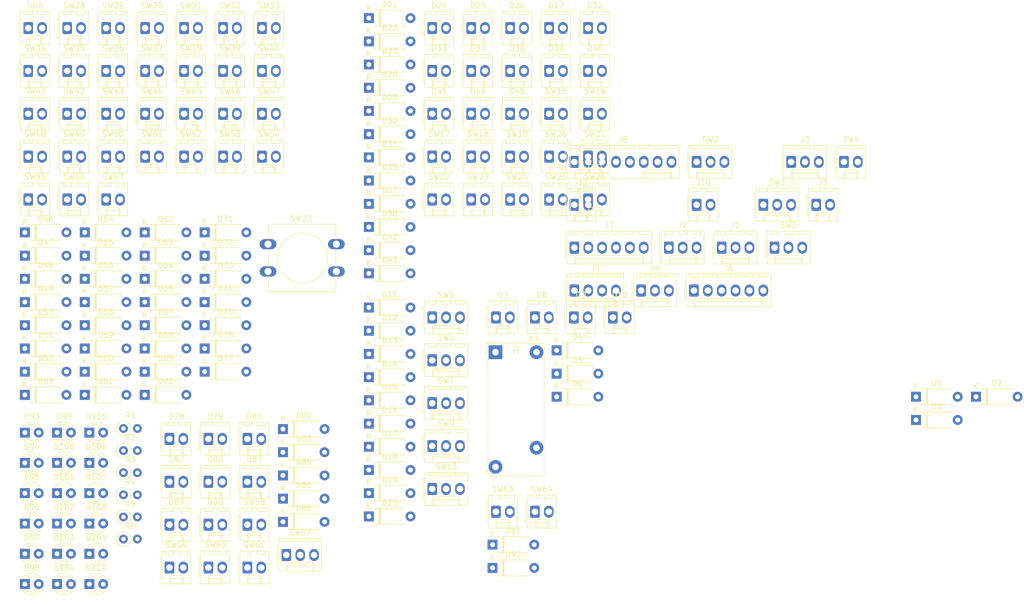
<source format=kicad_pcb>
(kicad_pcb (version 20221018) (generator pcbnew)
  (title_block (date "mar. 31 mars 2015"))
  (layers (0 "F.Cu" signal) (31 "B.Cu" signal) (34 "B.Paste" user) (35 "F.Paste" user) (36 "B.SilkS" user "B.Silkscreen") (37 "F.SilkS" user "F.Silkscreen") (38 "B.Mask" user) (39 "F.Mask" user) (44 "Edge.Cuts" user))
  (net 0 "")
  (net 13 "Net-(D1-K)")
  (net 14 "/LANDING GEAR/COL0")
  (net 15 "Net-(D2-K)")
  (net 16 "/TACAN/ROW1")
  (net 17 "/LANDING GEAR/COIL_28V")
  (net 18 "/LANDING GEAR/COIL_ANTI_SKID")
  (net 19 "Net-(D4-K)")
  (net 20 "/LANDING GEAR/COL1")
  (net 29 "Net-(J10-Pad1)")
  (net 30 "Net-(J10-Pad2)")
  (net 31 "Net-(J10-Pad3)")
  (net 32 "Net-(J10-Pad4)")
  (net 33 "Net-(D2-Pad1)")
  (net 34 "Net-(D5-K)")
  (net 35 "Net-(D6-K)")
  (net 38 "Net-(D8-K)")
  (net 39 "Net-(D10-A)")
  (net 40 "Net-(D9-K)")
  (net 41 "Net-(D10-K)")
  (net 42 "Net-(D11-K)")
  (net 43 "/MASTER ARM/COL0")
  (net 44 "Net-(D12-K)")
  (net 45 "Net-(D13-K)")
  (net 46 "/MASTER ARM/COL2")
  (net 47 "Net-(D14-K)")
  (net 48 "Net-(D15-K)")
  (net 49 "/MASTER ARM/COL1")
  (net 50 "Net-(D16-K)")
  (net 51 "/MASTER ARM/COL3")
  (net 52 "Net-(D17-K)")
  (net 53 "Net-(D18-K)")
  (net 54 "Net-(D19-K)")
  (net 55 "Net-(D20-K)")
  (net 56 "Net-(D21-K)")
  (net 57 "/NMSP CMSP/COL4")
  (net 58 "Net-(D22-K)")
  (net 59 "Net-(D23-K)")
  (net 68 "Net-(D28-K)")
  (net 69 "/NMSP CMSP/COL5")
  (net 70 "Net-(D29-K)")
  (net 71 "Net-(D30-K)")
  (net 72 "Net-(D31-K)")
  (net 79 "Net-(D35-K)")
  (net 82 "Net-(D37-K)")
  (net 83 "Net-(D38-K)")
  (net 90 "Net-(D42-K)")
  (net 91 "Net-(D43-K)")
  (net 96 "Net-(D46-K)")
  (net 97 "/UFC/COL2")
  (net 98 "Net-(D47-K)")
  (net 99 "Net-(D48-K)")
  (net 100 "/UFC/COL0")
  (net 101 "Net-(D49-K)")
  (net 102 "Net-(D50-K)")
  (net 103 "Net-(D51-K)")
  (net 104 "Net-(D52-K)")
  (net 105 "Net-(D53-K)")
  (net 106 "Net-(D54-K)")
  (net 107 "Net-(D55-K)")
  (net 108 "Net-(D56-K)")
  (net 109 "Net-(D57-K)")
  (net 111 "/UFC/COL3")
  (net 112 "Net-(D59-K)")
  (net 113 "/UFC/COL1")
  (net 114 "Net-(D60-K)")
  (net 115 "Net-(D61-K)")
  (net 116 "Net-(D62-K)")
  (net 117 "Net-(D63-K)")
  (net 118 "Net-(D64-K)")
  (net 119 "/UFC/CAUTION_LED-")
  (net 120 "/UFC/CAUTION_LED+")
  (net 121 "Net-(D66-K)")
  (net 122 "Net-(D67-K)")
  (net 123 "Net-(D68-K)")
  (net 124 "Net-(D69-K)")
  (net 125 "Net-(D70-K)")
  (net 126 "/UFC/COL4")
  (net 128 "Net-(D72-K)")
  (net 129 "Net-(D73-K)")
  (net 130 "Net-(D74-K)")
  (net 131 "Net-(D75-K)")
  (net 132 "Net-(D76-K)")
  (net 133 "Net-(D77-K)")
  (net 134 "/UFC/COL5")
  (net 139 "Net-(D80-K)")
  (net 140 "/FIRE HANDLES/COL2")
  (net 145 "Net-(D83-K)")
  (net 146 "/FIRE HANDLES/COL3")
  (net 147 "Net-(D84-K)")
  (net 148 "Net-(D85-K)")
  (net 153 "Net-(D88-K)")
  (net 158 "Net-(D91-K)")
  (net 159 "/JAMMER/COL0")
  (net 160 "Net-(D92-K)")
  (net 161 "/JAMMER/COL1")
  (net 162 "Net-(D93-K)")
  (net 163 "Net-(D93-A)")
  (net 164 "Net-(D100-A)")
  (net 165 "Net-(D94-A)")
  (net 166 "Net-(D101-A)")
  (net 167 "Net-(D95-A)")
  (net 168 "Net-(D102-A)")
  (net 169 "Net-(D96-A)")
  (net 170 "Net-(D103-A)")
  (net 171 "Net-(D97-A)")
  (net 172 "Net-(D104-A)")
  (net 173 "Net-(D98-A)")
  (net 174 "Net-(D105-A)")
  (net 175 "Net-(D100-K)")
  (net 176 "Net-(D101-K)")
  (net 177 "Net-(D102-K)")
  (net 178 "Net-(D103-K)")
  (net 179 "Net-(D104-K)")
  (net 180 "/UFC/UFC_BACKLIGHTING/BACKLIGHT_GND")
  (net 181 "/UFC/ROW0")
  (net 182 "/UFC/ROW1")
  (net 183 "/UFC/ROW2")
  (net 184 "/UFC/ROW3")
  (net 185 "/UFC/ROW4")
  (net 186 "/UFC/ROW5")
  (net 187 "/UFC/UFC_BACKLIGHTING/BACKLIGHT_+12V")
  (net 188 "/LANDING GEAR/ROW13")
  (net 189 "/LANDING GEAR/ROW10")
  (net 190 "/LANDING GEAR/ROW11")
  (net 191 "/LANDING GEAR/ROW12")
  (net 192 "/MASTER ARM/ROW6")
  (net 193 "/MASTER ARM/ROW7")
  (net 194 "/MASTER ARM/ROW8")
  (net 195 "/MASTER ARM/ROW9")
  (net 196 "/NMSP CMSP/ROW6")
  (net 197 "/NMSP CMSP/ROW8")
  (net 198 "/NMSP CMSP/ROW9")
  (net 199 "/NMSP CMSP/ROW7")
  (net 200 "/NMSP CMSP/ROW10")
  (net 201 "/NMSP CMSP/ROW11")
  (net 204 "/FIRE HANDLES/ROW10")
  (net 205 "/FIRE HANDLES/ROW11")
  (net 206 "/FIRE HANDLES/ROW12")
  (net 207 "/FIRE HANDLES/ROW13")
  (net 208 "/JAMMER/ROW14")
  (footprint "Diode_THT:D_A-405_P7.62mm_Horizontal" (layer "F.Cu") (at 47.59 96.68)
    (fp_text reference "D60" (at 3.81 -2.47) (layer "F.SilkS"))
    (fp_text value "D")
    (fp_text user "K" (at 0 -1.9) (layer "F.SilkS"))
    (pad "1" thru_hole rect (at 0 0) (size 1.8 1.8) (drill 0.9) (layers "*.Cu" "*.Mask") (net 114 "Net-(D60-K)"))
    (pad "2" thru_hole oval (at 7.62 0) (size 1.8 1.8) (drill 0.9) (layers "*.Cu" "*.Mask") (net 113 "/UFC/COL1"))
  )
  (footprint "Connector_Molex:Molex_KK-254_AE-6410-02A_1x02_P2.54mm_Vertical" (layer "F.Cu") (at 77.34 132.55)
    (fp_text reference "SW61" (at 1.27 -4.12) (layer "F.SilkS"))
    (fp_text value "ANCHR")
    (pad "1" thru_hole roundrect (at 0 0) (size 1.74 2.19) (drill 1.19) (layers "*.Cu" "*.Mask") (roundrect_rratio 0.143678) (net 148 "Net-(D85-K)"))
    (pad "2" thru_hole oval (at 2.54 0) (size 1.74 2.19) (drill 1.19) (layers "*.Cu" "*.Mask") (net 205 "/FIRE HANDLES/ROW11"))
  )
  (footprint "Connector_Molex:Molex_KK-254_AE-6410-02A_1x02_P2.54mm_Vertical" (layer "F.Cu") (at 129.96 86.75)
    (fp_text reference "D8" (at 1.27 -4.12) (layer "F.SilkS"))
    (fp_text value "LED")
    (pad "1" thru_hole roundrect (at 0 0) (size 1.74 2.19) (drill 1.19) (layers "*.Cu" "*.Mask") (roundrect_rratio 0.143678) (net 38 "Net-(D8-K)"))
    (pad "2" thru_hole oval (at 2.54 0) (size 1.74 2.19) (drill 1.19) (layers "*.Cu" "*.Mask") (net 39 "Net-(D10-A)"))
  )
  (footprint "Connector_Molex:Molex_KK-254_AE-6410-02A_1x02_P2.54mm_Vertical" (layer "F.Cu") (at 125.42 41.6)
    (fp_text reference "D36" (at 1.27 -4.12) (layer "F.SilkS"))
    (fp_text value "SPARE")
    (pad "1" thru_hole roundrect (at 0 0) (size 1.74 2.19) (drill 1.19) (layers "*.Cu" "*.Mask") (roundrect_rratio 0.143678))
    (pad "2" thru_hole oval (at 2.54 0) (size 1.74 2.19) (drill 1.19) (layers "*.Cu" "*.Mask"))
  )
  (footprint "Diode_THT:D_A-405_P7.62mm_Horizontal" (layer "F.Cu") (at 99.57 44.68)
    (fp_text reference "D28" (at 3.81 -2.47) (layer "F.SilkS"))
    (fp_text value "D")
    (fp_text user "K" (at 0 -1.9) (layer "F.SilkS"))
    (pad "1" thru_hole rect (at 0 0) (size 1.8 1.8) (drill 0.9) (layers "*.Cu" "*.Mask") (net 68 "Net-(D28-K)"))
    (pad "2" thru_hole oval (at 7.62 0) (size 1.8 1.8) (drill 0.9) (layers "*.Cu" "*.Mask") (net 69 "/NMSP CMSP/COL5"))
  )
  (footprint "LED_THT:LED_D3.0mm_FlatTop" (layer "F.Cu") (at 36.62 113.38)
    (fp_text reference "D94" (at 1.27 -2.96) (layer "F.SilkS"))
    (fp_text value "LED")
    (pad "1" thru_hole rect (at 0 0) (size 1.8 1.8) (drill 0.9) (layers "*.Cu" "*.Mask") (net 164 "Net-(D100-A)"))
    (pad "2" thru_hole circle (at 2.54 0) (size 1.8 1.8) (drill 0.9) (layers "*.Cu" "*.Mask") (net 165 "Net-(D94-A)"))
  )
  (footprint "Connector_Molex:Molex_KK-254_AE-6410-02A_1x02_P2.54mm_Vertical" (layer "F.Cu") (at 122.83 86.75)
    (fp_text reference "D7" (at 1.27 -4.12) (layer "F.SilkS"))
    (fp_text value "LED")
    (pad "1" thru_hole roundrect (at 0 0) (size 1.74 2.19) (drill 1.19) (layers "*.Cu" "*.Mask") (roundrect_rratio 0.143678))
    (pad "2" thru_hole oval (at 2.54 0) (size 1.74 2.19) (drill 1.19) (layers "*.Cu" "*.Mask"))
  )
  (footprint "Diode_THT:D_A-405_P7.62mm_Horizontal" (layer "F.Cu") (at 83.85 124.18)
    (fp_text reference "D88" (at 3.81 -2.47) (layer "F.SilkS"))
    (fp_text value "D")
    (fp_text user "K" (at 0 -1.9) (layer "F.SilkS"))
    (pad "1" thru_hole rect (at 0 0) (size 1.8 1.8) (drill 0.9) (layers "*.Cu" "*.Mask") (net 153 "Net-(D88-K)"))
    (pad "2" thru_hole oval (at 7.62 0) (size 1.8 1.8) (drill 0.9) (layers "*.Cu" "*.Mask") (net 140 "/FIRE HANDLES/COL2"))
  )
  (footprint "Diode_THT:D_A-405_P7.62mm_Horizontal" (layer "F.Cu") (at 99.57 89.18)
    (fp_text reference "D12" (at 3.81 -2.47) (layer "F.SilkS"))
    (fp_text value "D")
    (fp_text user "K" (at 0 -1.9) (layer "F.SilkS"))
    (pad "1" thru_hole rect (at 0 0) (size 1.8 1.8) (drill 0.9) (layers "*.Cu" "*.Mask") (net 44 "Net-(D12-K)"))
    (pad "2" thru_hole oval (at 7.62 0) (size 1.8 1.8) (drill 0.9) (layers "*.Cu" "*.Mask") (net 43 "/MASTER ARM/COL0"))
  )
  (footprint "Connector_Molex:Molex_KK-254_AE-6410-02A_1x02_P2.54mm_Vertical" (layer "F.Cu") (at 132.55 65.15)
    (fp_text reference "SW25" (at 1.27 -4.12) (layer "F.SilkS"))
    (fp_text value "TISL")
    (pad "1" thru_hole roundrect (at 0 0) (size 1.74 2.19) (drill 1.19) (layers "*.Cu" "*.Mask") (roundrect_rratio 0.143678) (net 90 "Net-(D42-K)"))
    (pad "2" thru_hole oval (at 2.54 0) (size 1.74 2.19) (drill 1.19) (layers "*.Cu" "*.Mask") (net 201 "/NMSP CMSP/ROW11"))
  )
  (footprint "LED_THT:LED_D3.0mm_FlatTop" (layer "F.Cu") (at 48.42 118.93)
    (fp_text reference "D107" (at 1.27 -2.96) (layer "F.SilkS"))
    (fp_text value "LED")
    (pad "1" thru_hole rect (at 0 0) (size 1.8 1.8) (drill 0.9) (layers "*.Cu" "*.Mask") (net 180 "/UFC/UFC_BACKLIGHTING/BACKLIGHT_GND"))
    (pad "2" thru_hole circle (at 2.54 0) (size 1.8 1.8) (drill 0.9) (layers "*.Cu" "*.Mask") (net 176 "Net-(D101-K)"))
  )
  (footprint "Diode_THT:D_A-405_P7.62mm_Horizontal" (layer "F.Cu") (at 99.57 97.68)
    (fp_text reference "D14" (at 3.81 -2.47) (layer "F.SilkS"))
    (fp_text value "D")
    (fp_text user "K" (at 0 -1.9) (layer "F.SilkS"))
    (pad "1" thru_hole rect (at 0 0) (size 1.8 1.8) (drill 0.9) (layers "*.Cu" "*.Mask") (net 47 "Net-(D14-K)"))
    (pad "2" thru_hole oval (at 7.62 0) (size 1.8 1.8) (drill 0.9) (layers "*.Cu" "*.Mask") (net 46 "/MASTER ARM/COL2"))
  )
  (footprint "Diode_THT:D_A-405_P7.62mm_Horizontal" (layer "F.Cu") (at 83.85 107.18)
    (fp_text reference "D80" (at 3.81 -2.47) (layer "F.SilkS"))
    (fp_text value "D")
    (fp_text user "K" (at 0 -1.9) (layer "F.SilkS"))
    (pad "1" thru_hole rect (at 0 0) (size 1.8 1.8) (drill 0.9) (layers "*.Cu" "*.Mask") (net 139 "Net-(D80-K)"))
    (pad "2" thru_hole oval (at 7.62 0) (size 1.8 1.8) (drill 0.9) (layers "*.Cu" "*.Mask") (net 140 "/FIRE HANDLES/COL2"))
  )
  (footprint "Connector_Molex:Molex_KK-254_AE-6410-02A_1x02_P2.54mm_Vertical" (layer "F.Cu") (at 132.55 49.45)
    (fp_text reference "SW15" (at 1.27 -4.12) (layer "F.SilkS"))
    (fp_text value "PRI")
    (pad "1" thru_hole roundrect (at 0 0) (size 1.74 2.19) (drill 1.19) (layers "*.Cu" "*.Mask") (roundrect_rratio 0.143678) (net 56 "Net-(D21-K)"))
    (pad "2" thru_hole oval (at 2.54 0) (size 1.74 2.19) (drill 1.19) (layers "*.Cu" "*.Mask") (net 196 "/NMSP CMSP/ROW6"))
  )
  (footprint "Diode_THT:D_A-405_P7.62mm_Horizontal" (layer "F.Cu") (at 36.62 75.43)
    (fp_text reference "D47" (at 3.81 -2.47) (layer "F.SilkS"))
    (fp_text value "D")
    (fp_text user "K" (at 0 -1.9) (layer "F.SilkS"))
    (pad "1" thru_hole rect (at 0 0) (size 1.8 1.8) (drill 0.9) (layers "*.Cu" "*.Mask") (net 98 "Net-(D47-K)"))
    (pad "2" thru_hole oval (at 7.62 0) (size 1.8 1.8) (drill 0.9) (layers "*.Cu" "*.Mask") (net 97 "/UFC/COL2"))
  )
  (footprint "Connector_Molex:Molex_KK-254_AE-6410-03A_1x03_P2.54mm_Vertical" (layer "F.Cu") (at 154.465 73.965)
    (fp_text reference "J2" (at 2.54 -4.12) (layer "F.SilkS"))
    (fp_text value "Conn_01x03_Female")
    (pad "1" thru_hole roundrect (at 0 0) (size 1.74 2.19) (drill 1.19) (layers "*.Cu" "*.Mask") (roundrect_rratio 0.143678))
    (pad "2" thru_hole oval (at 2.54 0) (size 1.74 2.19) (drill 1.19) (layers "*.Cu" "*.Mask"))
    (pad "3" thru_hole oval (at 5.08 0) (size 1.74 2.19) (drill 1.19) (layers "*.Cu" "*.Mask"))
  )
  (footprint "Diode_THT:D_A-405_P7.62mm_Horizontal" (layer "F.Cu") (at 99.57 31.93)
    (fp_text reference "D21" (at 3.81 -2.47) (layer "F.SilkS"))
    (fp_text value "D")
    (fp_text user "K" (at 0 -1.9) (layer "F.SilkS"))
    (pad "1" thru_hole rect (at 0 0) (size 1.8 1.8) (drill 0.9) (layers "*.Cu" "*.Mask") (net 56 "Net-(D21-K)"))
    (pad "2" thru_hole oval (at 7.62 0) (size 1.8 1.8) (drill 0.9) (layers "*.Cu" "*.Mask") (net 57 "/NMSP CMSP/COL4"))
  )
  (footprint "Connector_Molex:Molex_KK-254_AE-6410-02A_1x02_P2.54mm_Vertical" (layer "F.Cu") (at 65.76 49.45)
    (fp_text reference "SW45" (at 1.27 -4.12) (layer "F.SilkS"))
    (fp_text value "INTEN LEFT")
    (pad "1" thru_hole roundrect (at 0 0) (size 1.74 2.19) (drill 1.19) (layers "*.Cu" "*.Mask") (roundrect_rratio 0.143678) (net 118 "Net-(D64-K)"))
    (pad "2" thru_hole oval (at 2.54 0) (size 1.74 2.19) (drill 1.19) (layers "*.Cu" "*.Mask") (net 185 "/UFC/ROW4"))
  )
  (footprint "Diode_THT:D_A-405_P7.62mm_Horizontal" (layer "F.Cu") (at 99.57 53.18)
    (fp_text reference "D30" (at 3.81 -2.47) (layer "F.SilkS"))
    (fp_text value "D")
    (fp_text user "K" (at 0 -1.9) (layer "F.SilkS"))
    (pad "1" thru_hole rect (at 0 0) (size 1.8 1.8) (drill 0.9) (layers "*.Cu" "*.Mask") (net 71 "Net-(D30-K)"))
    (pad "2" thru_hole oval (at 7.62 0) (size 1.8 1.8) (drill 0.9) (layers "*.Cu" "*.Mask") (net 69 "/NMSP CMSP/COL5"))
  )
  (footprint "Resistor_THT:R_Axial_DIN0207_L6.3mm_D2.5mm_P2.54mm_Vertical" (layer "F.Cu") (at 54.67 123.28)
    (fp_text reference "R5" (at 1.27 -2.37) (layer "F.SilkS"))
    (fp_text value "R_US")
    (pad "1" thru_hole circle (at 0 0) (size 1.6 1.6) (drill 0.8) (layers "*.Cu" "*.Mask") (net 187 "/UFC/UFC_BACKLIGHTING/BACKLIGHT_+12V"))
    (pad "2" thru_hole oval (at 2.54 0) (size 1.6 1.6) (drill 0.8) (layers "*.Cu" "*.Mask") (net 171 "Net-(D97-A)"))
  )
  (footprint "Connector_Molex:Molex_KK-254_AE-6410-02A_1x02_P2.54mm_Vertical" (layer "F.Cu") (at 132.55 33.75)
    (fp_text reference "D27" (at 1.27 -4.12) (layer "F.SilkS"))
    (fp_text value "VHF")
    (pad "1" thru_hole roundrect (at 0 0) (size 1.74 2.19) (drill 1.19) (layers "*.Cu" "*.Mask") (roundrect_rratio 0.143678))
    (pad "2" thru_hole oval (at 2.54 0) (size 1.74 2.19) (drill 1.19) (layers "*.Cu" "*.Mask"))
  )
  (footprint "Connector_Molex:Molex_KK-254_AE-6410-03A_1x03_P2.54mm_Vertical" (layer "F.Cu") (at 176.835 58.265)
    (fp_text reference "J3" (at 2.54 -4.12) (layer "F.SilkS"))
    (fp_text value "Conn_01x03_Female")
    (pad "1" thru_hole roundrect (at 0 0) (size 1.74 2.19) (drill 1.19) (layers "*.Cu" "*.Mask") (roundrect_rratio 0.143678))
    (pad "2" thru_hole oval (at 2.54 0) (size 1.74 2.19) (drill 1.19) (layers "*.Cu" "*.Mask"))
    (pad "3" thru_hole oval (at 5.08 0) (size 1.74 2.19) (drill 1.19) (layers "*.Cu" "*.Mask"))
  )
  (footprint "Connector_Molex:Molex_KK-254_AE-6410-02A_1x02_P2.54mm_Vertical" (layer "F.Cu") (at 37.24 41.6)
    (fp_text reference "SW34" (at 1.27 -4.12) (layer "F.SilkS"))
    (fp_text value "CLR")
    (pad "1" thru_hole roundrect (at 0 0) (size 1.74 2.19) (drill 1.19) (layers "*.Cu" "*.Mask") (roundrect_rratio 0.143678) (net 105 "Net-(D53-K)"))
    (pad "2" thru_hole oval (at 2.54 0) (size 1.74 2.19) (drill 1.19) (layers "*.Cu" "*.Mask") (net 185 "/UFC/ROW4"))
  )
  (footprint "Diode_THT:D_A-405_P7.62mm_Horizontal" (layer "F.Cu") (at 69.53 71.18)
    (fp_text reference "D71" (at 3.81 -2.47) (layer "F.SilkS"))
    (fp_text value "D")
    (fp_text user "K" (at 0 -1.9) (layer "F.SilkS"))
    (pad "1" thru_hole rect (at 0 0) (size 1.8 1.8) (drill 0.9) (layers "*.Cu" "*.Mask"))
    (pad "2" thru_hole oval (at 7.62 0) (size 1.8 1.8) (drill 0.9) (layers "*.Cu" "*.Mask") (net 111 "/UFC/COL3"))
  )
  (footprint "Connector_Molex:Molex_KK-254_AE-6410-02A_1x02_P2.54mm_Vertical" (layer "F.Cu") (at 118.29 33.75)
    (fp_text reference "D25" (at 1.27 -4.12) (layer "F.SilkS"))
    (fp_text value "HARS")
    (pad "1" thru_hole roundrect (at 0 0) (size 1.74 2.19) (drill 1.19) (layers "*.Cu" "*.Mask") (roundrect_rratio 0.143678))
    (pad "2" thru_hole oval (at 2.54 0) (size 1.74 2.19) (drill 1.19) (layers "*.Cu" "*.Mask"))
  )
  (footprint "Diode_THT:D_A-405_P7.62mm_Horizontal" (layer "F.Cu") (at 69.53 92.43)
    (fp_text reference "D76" (at 3.81 -2.47) (layer "F.SilkS"))
    (fp_text value "D")
    (fp_text user "K" (at 0 -1.9) (layer "F.SilkS"))
    (pad "1" thru_hole rect (at 0 0) (size 1.8 1.8) (drill 0.9) (layers "*.Cu" "*.Mask") (net 132 "Net-(D76-K)"))
    (pad "2" thru_hole oval (at 7.62 0) (size 1.8 1.8) (drill 0.9) (layers "*.Cu" "*.Mask") (net 126 "/UFC/COL4"))
  )
  (footprint "Diode_THT:D_A-405_P7.62mm_Horizontal" (layer "F.Cu") (at 58.56 75.43)
    (fp_text reference "D63" (at 3.81 -2.47) (layer "F.SilkS"))
    (fp_text value "D")
    (fp_text user "K" (at 0 -1.9) (layer "F.SilkS"))
    (pad "1" thru_hole rect (at 0 0) (size 1.8 1.8) (drill 0.9) (layers "*.Cu" "*.Mask") (net 117 "Net-(D63-K)"))
    (pad "2" thru_hole oval (at 7.62 0) (size 1.8 1.8) (drill 0.9) (layers "*.Cu" "*.Mask") (net 111 "/UFC/COL3"))
  )
  (footprint "Diode_THT:D_A-405_P7.62mm_Horizontal" (layer "F.Cu") (at 58.56 100.93)
    (fp_text reference "D70" (at 3.81 -2.47) (layer "F.SilkS"))
    (fp_text value "D")
    (fp_text user "K" (at 0 -1.9) (layer "F.SilkS"))
    (pad "1" thru_hole rect (at 0 0) (size 1.8 1.8) (drill 0.9) (layers "*.Cu" "*.Mask") (net 125 "Net-(D70-K)"))
    (pad "2" thru_hole oval (at 7.62 0) (size 1.8 1.8) (drill 0.9) (layers "*.Cu" "*.Mask") (net 126 "/UFC/COL4"))
  )
  (footprint "Diode_THT:D_A-405_P7.62mm_Horizontal" (layer "F.Cu") (at 83.85 119.93)
    (fp_text reference "D85" (at 3.81 -2.47) (layer "F.SilkS"))
    (fp_text value "D")
    (fp_text user "K" (at 0 -1.9) (layer "F.SilkS"))
    (pad "1" thru_hole rect (at 0 0) (size 1.8 1.8) (drill 0.9) (layers "*.Cu" "*.Mask") (net 148 "Net-(D85-K)"))
    (pad "2" thru_hole oval (at 7.62 0) (size 1.8 1.8) (drill 0.9) (layers "*.Cu" "*.Mask") (net 146 "/FIRE HANDLES/COL3"))
  )
  (footprint "LED_THT:LED_D3.0mm_FlatTop" (layer "F.Cu") (at 48.42 107.83)
    (fp_text reference "D105" (at 1.27 -2.96) (layer "F.SilkS"))
    (fp_text value "LED")
    (pad "1" thru_hole rect (at 0 0) (size 1.8 1.8) (drill 0.9) (layers "*.Cu" "*.Mask") (net 180 "/UFC/UFC_BACKLIGHTING/BACKLIGHT_GND"))
    (pad "2" thru_hole circle (at 2.54 0) (size 1.8 1.8) (drill 0.9) (layers "*.Cu" "*.Mask") (net 174 "Net-(D105-A)"))
  )
  (footprint "LED_THT:LED_D3.0mm_FlatTop" (layer "F.Cu") (at 36.62 135.58)
    (fp_text reference "D98" (at 1.27 -2.96) (layer "F.SilkS"))
    (fp_text value "LED")
    (pad "1" thru_hole rect (at 0 0) (size 1.8 1.8) (drill 0.9) (layers "*.Cu" "*.Mask") (net 172 "Net-(D104-A)"))
    (pad "2" thru_hole circle (at 2.54 0) (size 1.8 1.8) (drill 0.9) (layers "*.Cu" "*.Mask") (net 173 "Net-(D98-A)"))
  )
  (footprint "Diode_THT:D_A-405_P7.62mm_Horizontal" (layer "F.Cu") (at 47.59 75.43)
    (fp_text reference "D55" (at 3.81 -2.47) (layer "F.SilkS"))
    (fp_text value "D")
    (fp_text user "K" (at 0 -1.9) (layer "F.SilkS"))
    (pad "1" thru_hole rect (at 0 0) (size 1.8 1.8) (drill 0.9) (layers "*.Cu" "*.Mask") (net 107 "Net-(D55-K)"))
    (pad "2" thru_hole oval (at 7.62 0) (size 1.8 1.8) (drill 0.9) (layers "*.Cu" "*.Mask") (net 100 "/UFC/COL0"))
  )
  (footprint "Connector_Molex:Molex_KK-254_AE-6410-02A_1x02_P2.54mm_Vertical" (layer "F.Cu") (at 63.08 116.85)
    (fp_text reference "D82" (at 1.27 -4.12) (layer "F.SilkS"))
    (fp_text value "STEERING B")
    (pad "1" thru_hole roundrect (at 0 0) (size 1.74 2.19) (drill 1.19) (layers "*.Cu" "*.Mask") (roundrect_rratio 0.143678))
    (pad "2" thru_hole oval (at 2.54 0) (size 1.74 2.19) (drill 1.19) (layers "*.Cu" "*.Mask"))
  )
  (footprint "Diode_THT:D_A-405_P7.62mm_Horizontal" (layer "F.Cu") (at 36.62 83.93)
    (fp_text reference "D49" (at 3.81 -2.47) (layer "F.SilkS"))
    (fp_text value "D")
    (fp_text user "K" (at 0 -1.9) (layer "F.SilkS"))
    (pad "1" thru_hole rect (at 0 0) (size 1.8 1.8) (drill 0.9) (layers "*.Cu" "*.Mask") (net 101 "Net-(D49-K)"))
    (pad "2" thru_hole oval (at 7.62 0) (size 1.8 1.8) (drill 0.9) (layers "*.Cu" "*.Mask") (net 100 "/UFC/COL0"))
  )
  (footprint "Connector_Molex:Molex_KK-254_AE-6410-02A_1x02_P2.54mm_Vertical" (layer "F.Cu") (at 111.16 57.3)
    (fp_text reference "SW17" (at 1.27 -4.12) (layer "F.SilkS"))
    (fp_text value "STR PT")
    (pad "1" thru_hole roundrect (at 0 0) (size 1.74 2.19) (drill 1.19) (layers "*.Cu" "*.Mask") (roundrect_rratio 0.143678) (net 59 "Net-(D23-K)"))
    (pad "2" thru_hole oval (at 2.54 0) (size 1.74 2.19) (drill 1.19) (layers "*.Cu" "*.Mask") (net 198 "/NMSP CMSP/ROW9"))
  )
  (footprint "Diode_THT:D_A-405_P7.62mm_Horizontal" (layer "F.Cu") (at 58.56 71.18)
    (fp_text reference "D62" (at 3.81 -2.47) (layer "F.SilkS"))
    (fp_text value "D")
    (fp_text user "K" (at 0 -1.9) (layer "F.SilkS"))
    (pad "1" thru_hole rect (at 0 0) (size 1.8 1.8) (drill 0.9) (layers "*.Cu" "*.Mask") (net 116 "Net-(D62-K)"))
    (pad "2" thru_hole oval (at 7.62 0) (size 1.8 1.8) (drill 0.9) (layers "*.Cu" "*.Mask") (net 111 "/UFC/COL3"))
  )
  (footprint "LED_THT:LED_D3.0mm_FlatTop" (layer "F.Cu") (at 36.62 118.93)
    (fp_text reference "D95" (at 1.27 -2.96) (layer "F.SilkS"))
    (fp_text value "LED")
    (pad "1" thru_hole rect (at 0 0) (size 1.8 1.8) (drill 0.9) (layers "*.Cu" "*.Mask") (net 166 "Net-(D101-A)"))
    (pad "2" thru_hole circle (at 2.54 0) (size 1.8 1.8) (drill 0.9) (layers "*.Cu" "*.Mask") (net 167 "Net-(D95-A)"))
  )
  (footprint "Diode_THT:D_A-405_P7.62mm_Horizontal" (layer "F.Cu") (at 47.59 92.43)
    (fp_text reference "D59" (at 3.81 -2.47) (layer "F.SilkS"))
    (fp_text value "D")
    (fp_text user "K" (at 0 -1.9) (layer "F.SilkS"))
    (pad "1" thru_hole rect (at 0 0) (size 1.8 1.8) (drill 0.9) (layers "*.Cu" "*.Mask") (net 112 "Net-(D59-K)"))
    (pad "2" thru_hole oval (at 7.62 0) (size 1.8 1.8) (drill 0.9) (layers "*.Cu" "*.Mask") (net 113 "/UFC/COL1"))
  )
  (footprint "Connector_Molex:Molex_KK-254_AE-6410-02A_1x02_P2.54mm_Vertical" (layer "F.Cu") (at 125.42 57.3)
    (fp_text reference "SW19" (at 1.27 -4.12) (layer "F.SilkS"))
    (fp_text value "PTR")
    (pad "1" thru_hole roundrect (at 0 0) (size 1.74 2.19) (drill 1.19) (layers "*.Cu" "*.Mask") (roundrect_rratio 0.143678) (net 70 "Net-(D29-K)"))
    (pad "2" thru_hole oval (at 2.54 0) (size 1.74 2.19) (drill 1.19) (layers "*.Cu" "*.Mask") (net 197 "/NMSP CMSP/ROW8"))
  )
  (footprint "Connector_Molex:Molex_KK-254_AE-6410-02A_1x02_P2.54mm_Vertical" (layer "F.Cu") (at 80.02 49.45)
    (fp_text reference "SW47" (at 1.27 -4.12) (layer "F.SilkS"))
    (fp_text value "0")
    (pad "1" thru_hole roundrect (at 0 0) (size 1.74 2.19) (drill 1.19) (layers "*.Cu" "*.Mask") (roundrect_rratio 0.143678) (net 122 "Net-(D67-K)"))
    (pad "2" thru_hole oval (at 2.54 0) (size 1.74 2.19) (drill 1.19) (layers "*.Cu" "*.Mask") (net 185 "/UFC/ROW4"))
  )
  (footprint "Connector_Molex:Molex_KK-254_AE-6410-02A_1x02_P2.54mm_Vertical" (layer "F.Cu") (at 118.29 49.45)
    (fp_text reference "D44" (at 1.27 -4.12) (layer "F.SilkS"))
    (fp_text value "TISL")
    (pad "1" thru_hole roundrect (at 0 0) (size 1.74 2.19) (drill 1.19) (layers "*.Cu" "*.Mask") (roundrect_rratio 0.143678))
    (pad "2" thru_hole oval (at 2.54 0) (size 1.74 2.19) (drill 1.19) (layers "*.Cu" "*.Mask"))
  )
  (footprint "Connector_Molex:Molex_KK-254_AE-6410-02A_1x02_P2.54mm_Vertical" (layer "F.Cu") (at 139.68 49.45)
    (fp_text reference "SW16" (at 1.27 -4.12) (layer "F.SilkS"))
    (fp_text value "HARS")
    (pad "1" thru_hole roundrect (at 0 0) (size 1.74 2.19) (drill 1.19) (layers "*.Cu" "*.Mask") (roundrect_rratio 0.143678) (net 58 "Net-(D22-K)"))
    (pad "2" thru_hole oval (at 2.54 0) (size 1.74 2.19) (drill 1.19) (layers "*.Cu" "*.Mask") (net 197 "/NMSP CMSP/ROW8"))
  )
  (footprint "Connector_Molex:Molex_KK-254_AE-6410-03A_1x03_P2.54mm_Vertical" (layer "F.Cu") (at 84.47 130.25)
    (fp_text reference "SW62" (at 2.54 -4.12) (layer "F.SilkS"))
    (fp_text value "FIRE EXT DISC")
    (pad "1" thru_hole roundrect (at 0 0) (size 1.74 2.19) (drill 1.19) (layers "*.Cu" "*.Mask") (roundrect_rratio 0.143678) (net 206 "/FIRE HANDLES/ROW12"))
    (pad "2" thru_hole oval (at 2.54 0) (size 1.74 2.19) (drill 1.19) (layers "*.Cu" "*.Mask") (net 153 "Net-(D88-K)"))
    (pad "3" thru_hole oval (at 5.08 0) (size 1.74 2.19) (drill 1.19) (layers "*.Cu" "*.Mask") (net 207 "/FIRE HANDLES/ROW13"))
  )
  (footprint "Connector_Molex:Molex_KK-254_AE-6410-02A_1x02_P2.54mm_Vertical" (layer "F.Cu") (at 44.37 65.15)
    (fp_text reference "SW56" (at 1.27 -4.12) (layer "F.SilkS"))
    (fp_text value "DEPR UP")
    (pad "1" thru_hole roundrect (at 0 0) (size 1.74 2.19) (drill 1.19) (layers "*.Cu" "*.Mask") (roundrect_rratio 0.143678) (net 132 "Net-(D76-K)"))
    (pad "2" thru_hole oval (at 2.54 0) (size 1.74 2.19) (drill 1.19) (layers "*.Cu" "*.Mask") (net 186 "/UFC/ROW5"))
  )
  (footprint "Connector_Molex:Molex_KK-254_AE-6410-02A_1x02_P2.54mm_Vertical" (layer "F.Cu") (at 129.96 122.33)
    (fp_text reference "SW64" (at 1.27 -4.12) (layer "F.SilkS"))
    (fp_text value "MWS")
    (pad "1" thru_hole roundrect (at 0 0) (size 1.74 2.19) (drill 1.19) (layers "*.Cu" "*.Mask") (roundrect_rratio 0.143678) (net 160 "Net-(D92-K)"))
    (pad "2" thru_hole oval (at 2.54 0) (size 1.74 2.19) (drill 1.19) (layers "*.Cu" "*.Mask") (net 208 "/JAMMER/ROW14"))
  )
  (footprint "Diode_THT:D_A-405_P7.62mm_Horizontal" (layer "F.Cu") (at 58.56 92.43)
    (fp_text reference "D68" (at 3.81 -2.47) (layer "F.SilkS"))
    (fp_text value "D")
    (fp_text user "K" (at 0 -1.9) (layer "F.SilkS"))
    (pad "1" thru_hole rect (at 0 0) (size 1.8 1.8) (drill 0.9) (layers "*.Cu" "*.Mask") (net 123 "Net-(D68-K)"))
    (pad "2" thru_hole oval (at 7.62 0) (size 1.8 1.8) (drill 0.9) (layers "*.Cu" "*.Mask") (net 113 "/UFC/COL1"))
  )
  (footprint "Connector_Molex:Molex_KK-254_AE-6410-02A_1x02_P2.54mm_Vertical" (layer "F.Cu") (at 63.08 109)
    (fp_text reference "D78" (at 1.27 -4.12) (layer "F.SilkS"))
    (fp_text value "GUN READY A")
    (pad "1" thru_hole roundrect (at 0 0) (size 1.74 2.19) (drill 1.19) (layers "*.Cu" "*.Mask") (roundrect_rratio 0.143678))
    (pad "2" thru_hole oval (at 2.54 0) (size 1.74 2.19) (drill 1.19) (layers "*.Cu" "*.Mask"))
  )
  (footprint "Diode_THT:D_A-405_P7.62mm_Horizontal" (layer "F.Cu") (at 99.57 36.18)
    (fp_text reference "D22" (at 3.81 -2.47) (layer "F.SilkS"))
    (fp_text value "D")
    (fp_text user "K" (at 0 -1.9) (layer "F.SilkS"))
    (pad "1" thru_hole rect (at 0 0) (size 1.8 1.8) (drill 0.9) (layers "*.Cu" "*.Mask") (net 58 "Net-(D22-K)"))
    (pad "2" thru_hole oval (at 7.62 0) (size 1.8 1.8) (drill 0.9) (layers "*.Cu" "*.Mask") (net 57 "/NMSP CMSP/COL4"))
  )
  (footprint "LED_THT:LED_D3.0mm_FlatTop" (layer "F.Cu") (at 36.62 107.83)
    (fp_text reference "D93" (at 1.27 -2.96) (layer "F.SilkS"))
    (fp_text value "LED")
    (pad "1" thru_hole rect (at 0 0) (size 1.8 1.8) (drill 0.9) (layers "*.Cu" "*.Mask") (net 162 "Net-(D93-K)"))
    (pad "2" thru_hole circle (at 2.54 0) (size 1.8 1.8) (drill 0.9) (layers "*.Cu" "*.Mask") (net 163 "Net-(D93-A)"))
  )
  (footprint "Connector_Molex:Molex_KK-254_AE-6410-03A_1x03_P2.54mm_Vertical" (layer "F.Cu") (at 111.16 118.15)
    (fp_text reference "SW13" (at 2.54 -4.12) (layer "F.SilkS"))
    (fp_text value "IFCC")
    (pad "1" thru_hole roundrect (at 0 0) (size 1.74 2.19) (drill 1.19) (layers "*.Cu" "*.Mask") (roundrect_rratio 0.143678) (net 193 "/MASTER ARM/ROW7"))
    (pad "2" thru_hole oval (at 2.54 0) (size 1.74 2.19) (drill 1.19) (layers "*.Cu" "*.Mask") (net 55 "Net-(D20-K)"))
    (pad "3" thru_hole oval (at 5.08 0) (size 1.74 2.19) (drill 1.19) (layers "*.Cu" "*.Mask") (net 194 "/MASTER ARM/ROW8"))
  )
  (footprint "Connector_Molex:Molex_KK-254_AE-6410-02A_1x02_P2.54mm_Vertical" (layer "F.Cu") (at 139.68 33.75)
    (fp_text reference "D32" (at 1.27 -4.12) (layer "F.SilkS"))
    (fp_text value "SEP")
    (pad "1" thru_hole roundrect (at 0 0) (size 1.74 2.19) (drill 1.19) (layers "*.Cu" "*.Mask") (roundrect_rratio 0.143678))
    (pad "2" thru_hole oval (at 2.54 0) (size 1.74 2.19) (drill 1.19) (layers "*.Cu" "*.Mask"))
  )
  (footprint "Connector_Molex:Molex_KK-254_AE-6410-02A_1x02_P2.54mm_Vertical" (layer "F.Cu") (at 139.68 65.15)
    (fp_text reference "SW26" (at 1.27 -4.12) (layer "F.SilkS"))
    (fp_text value "ILS")
    (pad "1" thru_hole roundrect (at 0 0) (size 1.74 2.19) (drill 1.19) (layers "*.Cu" "*.Mask") (roundrect_rratio 0.143678) (net 91 "Net-(D43-K)"))
    (pad "2" thru_hole oval (at 2.54 0) (size 1.74 2.19) (drill 1.19) (layers "*.Cu" "*.Mask") (net 201 "/NMSP CMSP/ROW11"))
  )
  (footprint "Connector_Molex:Molex_KK-254_AE-6410-02A_1x02_P2.54mm_Vertical" (layer "F.Cu") (at 118.29 65.15)
    (fp_text reference "SW23" (at 1.27 -4.12) (layer "F.SilkS"))
    (fp_text value "EGI")
    (pad "1" thru_hole roundrect (at 0 0) (size 1.74 2.19) (drill 1.19) (layers "*.Cu" "*.Mask") (roundrect_rratio 0.143678) (net 82 "Net-(D37-K)"))
    (pad "2" thru_hole oval (at 2.54 0) (size 1.74 2.19) (drill 1.19) (layers "*.Cu" "*.Mask") (net 200 "/NMSP CMSP/ROW10"))
  )
  (footprint "Diode_THT:D_A-405_P7.62mm_Horizontal" (layer "F.Cu") (at 210.665 101.27)
    (fp_text reference "D2" (at 3.81 -2.47) (layer "F.SilkS"))
    (fp_text value "D")
    (fp_text user "K" (at 0 -1.9) (layer "F.SilkS"))
    (pad "1" thru_hole rect (at 0 0) (size 1.8 1.8) (drill 0.9) (layers "*.Cu" "*.Mask") (net 15 "Net-(D2-K)"))
    (pad "2" thru_hole oval (at 7.62 0) (size 1.8 1.8) (drill 0.9) (layers "*.Cu" "*.Mask") (net 14 "/LANDING GEAR/COL0"))
  )
  (footprint "Connector_Molex:Molex_KK-254_AE-6410-06A_1x06_P2.54mm_Vertical" (layer "F.Cu") (at 159.055 81.815)
    (fp_text reference "J6" (at 6.35 -4.12) (layer "F.SilkS"))
    (fp_text value "UFC COLS")
    (pad "1" thru_hole roundrect (at 0 0) (size 1.74 2.19) (drill 1.19) (layers "*.Cu" "*.Mask") (roundrect_rratio 0.143678) (net 100 "/UFC/COL0"))
    (pad "2" thru_hole oval (at 2.54 0) (size 1.74 2.19) (drill 1.19) (layers "*.Cu" "*.Mask") (net 113 "/UFC/COL1"))
    (pad "3" thru_hole oval (at 5.08 0) (size 1.74 2.19) (drill 1.19) (layers "*.Cu" "*.Mask") (net 97 "/UFC/COL2"))
    (pad "4" thru_hole oval (at 7.62 0) (size 1.74 2.19) (drill 1.19) (layers "*.Cu" "*.Mask") (net 111 "/UFC/COL3"))
    (pad "5" thru_hole oval (at 10.16 0) (size 1.74 2.19) (drill 1.19) (layers "*.Cu" "*.Mask") (net 126 "/UFC/COL4"))
    (pad "6" thru_hole oval (at 12.7 0) (size 1.74 2.19) (drill 1.19) (layers "*.Cu" "*.Mask") (net 134 "/UFC/COL5"))
  )
  (footprint "LED_THT:LED_D3.0mm_FlatTop" (layer "F.Cu") (at 42.52 113.38)
    (fp_text reference "D100" (at 1.27 -2.96) (layer "F.SilkS"))
    (fp_text value "LED")
    (pad "1" thru_hole rect (at 0 0) (size 1.8 1.8) (drill 0.9) (layers "*.Cu" "*.Mask") (net 175 "Net-(D100-K)"))
    (pad "2" thru_hole circle (at 2.54 0) (size 1.8 1.8) (drill 0.9) (layers "*.Cu" "*.Mask") (net 164 "Net-(D100-A)"))
  )
  (footprint "Connector_Molex:Molex_KK-254_AE-6410-02A_1x02_P2.54mm_Vertical" (layer "F.Cu") (at 125.42 65.15)
    (fp_text reference "SW24" (at 1.27 -4.12) (layer "F.SilkS"))
    (fp_text value "TCN")
    (pad "1" thru_hole roundrect (at 0 0) (size 1.74 2.19) (drill 1.19) (layers "*.Cu" "*.Mask") (roundrect_rratio 0.143678) (net 83 "Net-(D38-K)"))
    (pad "2" thru_hole oval (at 2.54 0) (size 1.74 2.19) (drill 1.19) (layers "*.Cu" "*.Mask") (net 200 "/NMSP CMSP/ROW10"))
  )
  (footprint "Diode_THT:D_A-405_P7.62mm_Horizontal" (layer "F.Cu") (at 122.21 128.36)
    (fp_text reference "D91" (at 3.81 -2.47) (layer "F.SilkS"))
    (fp_text value "D")
    (fp_text user "K" (at 0 -1.9) (layer "F.SilkS"))
    (pad "1" thru_hole rect (at 0 0) (size 1.8 1.8) (drill 0.9) (layers "*.Cu" "*.Mask") (net 158 "Net-(D91-K)"))
    (pad "2" thru_hole oval (at 7.62 0) (size 1.8 1.8) (drill 0.9) (layers "*.Cu" "*.Mask") (net 159 "/JAMMER/COL0"))
  )
  (footprint "Connector_Molex:Molex_KK-254_AE-6410-02A_1x02_P2.54mm_Vertical" (layer "F.Cu") (at 139.68 41.6)
    (fp_text reference "D40" (at 1.27 -4.12) (layer "F.SilkS"))
    (fp_text value "TCN")
    (pad "1" thru_hole roundrect (at 0 0) (size 1.74 2.19) (drill 1.19) (layers "*.Cu" "*.Mask") (roundrect_rratio 0.143678))
    (pad "2" thru_hole oval (at 2.54 0) (size 1.74 2.19) (drill 1.19) (layers "*.Cu" "*.Mask"))
  )
  (footprint "Relay_THT:Relay_1P1T_NO_10x24x18.8mm_Panasonic_ADW11xxxxW_THT" (layer "F.Cu") (at 122.745 93.115)
    (fp_text reference "K1" (at 7.08 -2.46 180) (layer "F.SilkS"))
    (fp_text value "ANIT-SKID")
    (pad "1" thru_hole rect (at 0 0) (size 2.5 2.5) (drill 1.2) (layers "*.Cu" "*.Mask") (net 17 "/LANDING GEAR/COIL_28V"))
    (pad "3" thru_hole oval (at 0 21) (size 2.5 2.5) (drill 1.2) (layers "*.Cu" "*.Mask") (net 188 "/LANDING GEAR/ROW13"))
    (pad "5" thru_hole oval (at 7.5 17.5) (size 2.5 2.5) (drill 1.2) (layers "*.Cu" "*.Mask") (net 35 "Net-(D6-K)"))
    (pad "6" thru_hole oval (at 7.5 0) (size 2.5 2.5) (drill 1.2) (layers "*.Cu" "*.Mask") (net 18 "/LANDING GEAR/COIL_ANTI_SKID"))
  )
  (footprint "Connector_Molex:Molex_KK-254_AE-6410-02A_1x02_P2.54mm_Vertical" (layer "F.Cu") (at 118.29 41.6)
    (fp_text reference "D34" (at 1.27 -4.12) (layer "F.SilkS"))
    (fp_text value "ANCHR")
    (pad "1" thru_hole roundrect (at 0 0) (size 1.74 2.19) (drill 1.19) (layers "*.Cu" "*.Mask") (roundrect_rratio 0.143678))
    (pad "2" thru_hole oval (at 2.54 0) (size 1.74 2.19) (drill 1.19) (layers "*.Cu" "*.Mask"))
  )
  (footprint "Diode_THT:D_A-405_P7.62mm_Horizontal" (layer "F.Cu") (at 36.62 79.68)
    (fp_text reference "D48" (at 3.81 -2.47) (layer "F.SilkS"))
    (fp_text value "D")
    (fp_text user "K" (at 0 -1.9) (layer "F.SilkS"))
    (pad "1" thru_hole rect (at 0 0) (size 1.8 1.8) (drill 0.9) (layers "*.Cu" "*.Mask") (net 99 "Net-(D48-K)"))
    (pad "2" thru_hole oval (at 7.62 0) (size 1.8 1.8) (drill 0.9) (layers "*.Cu" "*.Mask") (net 100 "/UFC/COL0"))
  )
  (footprint "LED_THT:LED_D3.0mm_FlatTop" (layer "F.Cu") (at 42.52 107.83)
    (fp_text reference "D99" (at 1.27 -2.96) (layer "F.SilkS"))
    (fp_text value "LED")
    (pad "1" thru_hole rect (at 0 0) (size 1.8 1.8) (drill 0.9) (layers "*.Cu" "*.Mask") (net 174 "Net-(D105-A)"))
    (pad "2" thru_hole circle (at 2.54 0) (size 1.8 1.8) (drill 0.9) (layers "*.Cu" "*.Mask") (net 162 "Net-(D93-K)"))
  )
  (footprint "Connector_Molex:Molex_KK-254_AE-6410-02A_1x02_P2.54mm_Vertical" (layer "F.Cu") (at 122.83 122.33)
    (fp_text reference "SW63" (at 1.27 -4.12) (layer "F.SilkS"))
    (fp_text value "JAMMER")
    (pad "1" thru_hole roundrect (at 0 0) (size 1.74 2.19) (drill 1.19) (layers "*.Cu" "*.Mask") (roundrect_rratio 0.143678) (net 158 "Net-(D91-K)"))
    (pad "2" thru_hole oval (at 2.54 0) (size 1.74 2.19) (drill 1.19) (layers "*.Cu" "*.Mask") (net 208 "/JAMMER/ROW14"))
  )
  (footprint "Connector_Molex:Molex_KK-254_AE-6410-02A_1x02_P2.54mm_Vertical" (layer "F.Cu") (at 37.24 65.15)
    (fp_text reference "SW55" (at 1.27 -4.12) (layer "F.SilkS"))
    (fp_text value "SEL DOWN")
    (pad "1" thru_hole roundrect (at 0 0) (size 1.74 2.19) (drill 1.19) (layers "*.Cu" "*.Mask") (roundrect_rratio 0.143678) (net 131 "Net-(D75-K)"))
    (pad "2" thru_hole oval (at 2.54 0) (size 1.74 2.19) (drill 1.19) (layers "*.Cu" "*.Mask") (net 185 "/UFC/ROW4"))
  )
  (footprint "Diode_THT:D_A-405_P7.62mm_Horizontal" (layer "F.Cu") (at 99.57 84.93)
    (fp_text reference "D11" (at 3.81 -2.47) (layer "F.SilkS"))
    (fp_text value "D")
    (fp_text user "K" (at 0 -1.9) (layer "F.SilkS"))
    (pad "1" thru_hole rect (at 0 0) (size 1.8 1.8) (drill 0.9) (layers "*.Cu" "*.Mask") (net 42 "Net-(D11-K)"))
    (pad "2" thru_hole oval (at 7.62 0) (size 1.8 1.8) (drill 0.9) (layers "*.Cu" "*.Mask") (net 43 "/MASTER ARM/COL0"))
  )
  (footprint "Diode_THT:D_A-405_P7.62mm_Horizontal" (layer "F.Cu") (at 47.59 79.68)
    (fp_text reference "D56" (at 3.81 -2.47) (layer "F.SilkS"))
    (fp_text value "D")
    (fp_text user "K" (at 0 -1.9) (layer "F.SilkS"))
    (pad "1" thru_hole rect (at 0 0) (size 1.8 1.8) (drill 0.9) (layers "*.Cu" "*.Mask") (net 108 "Net-(D56-K)"))
    (pad "2" thru_hole oval (at 7.62 0) (size 1.8 1.8) (drill 0.9) (layers "*.Cu" "*.Mask") (net 100 "/UFC/COL0"))
  )
  (footprint "Button_Switch_THT:SW_PUSH-12mm" (layer "F.Cu") (at 81.12 73.33)
    (fp_text reference "SW27" (at 6.08 -4.66) (layer "F.SilkS"))
    (fp_text value "STEER +")
    (pad "1" thru_hole oval (at 0 0) (size 3.048 1.85) (drill 1.3) (layers "*.Cu" "*.Mask") (net 96 "Net-(D46-K)"))
    (pad "1" thru_hole oval (at 12.5 0) (size 3.048 1.85) (drill 1.3) (layers "*.Cu" "*.Mask") (net 96 "Net-(D46-K)"))
    (pad "2" thru_hole oval (at 0 5) (size 3.048 1.85) (drill 1.3) (layers "*.Cu" "*.Mask") (net 181 "/UFC/ROW0"))
    (pad "2" thru_hole oval (at 12.5 5) (size 3.048 1.85) (drill 1.3) (layers "*.Cu" "*.Mask") (net 181 "/UFC/ROW0"))
  )
  (footprint "Connector_Molex:Molex_KK-254_AE-6410-02A_1x02_P2.54mm_Vertical" (layer "F.Cu") (at 51.5 65.15)
    (fp_text reference "SW57" (at 1.27 -4.12) (layer "F.SilkS"))
    (fp_text value "DEPR DOWN")
    (pad "1" thru_hole roundrect (at 0 0) (size 1.74 2.19) (drill 1.19) (layers "*.Cu" "*.Mask") (roundrect_rratio 0.143678) (net 133 "Net-(D77-K)"))
    (pad "2" thru_hole oval (at 2.54 0) (size 1.74 2.19) (drill 1.19) (layers "*.Cu" "*.Mask") (net 181 "/UFC/ROW0"))
  )
  (footprint "LED_THT:LED_D3.0mm_FlatTop" (layer "F.Cu") (at 48.42 113.38)
    (fp_text reference "D106" (at 1.27 -2.96) (layer "F.SilkS"))
    (fp_text value "LED")
    (pad "1" thru_hole rect (at 0 0) (size 1.8 1.8) (drill 0.9) (layers "*.Cu" "*.Mask") (net 180 "/UFC/UFC_BACKLIGHTING/BACKLIGHT_GND"))
    (pad "2" thru_hole circle (at 2.54 0) (size 1.8 1.8) (drill 0.9) (layers "*.Cu" "*.Mask") (net 175 "Net-(D100-K)"))
  )
  (footprint "Diode_THT:D_A-405_P7.62mm_Horizontal" (layer "F.Cu") (at 47.59 71.18)
    (fp_text reference "D54" (at 3.81 -2.47) (layer "F.SilkS"))
    (fp_text value "D")
    (fp_text user "K" (at 0 -1.9) (layer "F.SilkS"))
    (pad "1" thru_hole rect (at 0 0) (size 1.8 1.8) (drill 0.9) (layers "*.Cu" "*.Mask") (net 106 "Net-(D54-K)"))
    (pad "2" thru_hole oval (at 7.62 0) (size 1.8 1.8) (drill 0.9) (layers "*.Cu" "*.Mask") (net 100 "/UFC/COL0"))
  )
  (footprint "Connector_Molex:Molex_KK-254_AE-6410-02A_1x02_P2.54mm_Vertical" (layer "F.Cu") (at 63.08 132.55)
    (fp_text reference "SW59" (at 1.27 -4.12) (layer "F.SilkS"))
    (fp_text value "ANCHR")
    (pad "1" thru_hole roundrect (at 0 0) (size 1.74 2.19) (drill 1.19) (layers "*.Cu" "*.Mask") (roundrect_rratio 0.143678) (net 145 "Net-(D83-K)"))
    (pad "2" thru_hole oval (at 2.54 0) (size 1.74 2.19) (drill 1.19) (layers "*.Cu" "*.Mask") (net 204 "/FIRE HANDLES/ROW10"))
  )
  (footprint "Connector_Molex:Molex_KK-254_AE-6410-02A_1x02_P2.54mm_Vertical" (layer "F.Cu") (at 77.34 124.7)
    (fp_text reference "SW58" (at 1.27 -4.12) (layer "F.SilkS"))
    (fp_text value "EXT STORES JET")
    (pad "1" thru_hole roundrect (at 0 0) (size 1.74 2.19) (drill 1.19) (layers "*.Cu" "*.Mask") (roundrect_rratio 0.143678) (net 139 "Net-(D80-K)"))
    (pad "2" thru_hole oval (at 2.54 0) (size 1.74 2.19) (drill 1.19) (layers "*.Cu" "*.Mask") (net 204 "/FIRE HANDLES/ROW10"))
  )
  (footprint "Connector_Molex:Molex_KK-254_AE-6410-02A_1x02_P2.54mm_Vertical" (layer "F.Cu") (at 111.16 65.15)
    (fp_text reference "SW22" (at 1.27 -4.12) (layer "F.SilkS"))
    (fp_text value "SPARE")
    (pad "1" thru_hole roundrect (at 0 0) (size 1.74 2.19) (drill 1.19) (layers "*.Cu" "*.Mask") (roundrect_rratio 0.143678) (net 79 "Net-(D35-K)"))
    (pad "2" thru_hole oval (at 2.54 0) (size 1.74 2.19) (drill 1.19) (layers "*.Cu" "*.Mask") (net 199 "/NMSP CMSP/ROW7"))
  )
  (footprint "Connector_Molex:Molex_KK-254_AE-6410-02A_1x02_P2.54mm_Vertical" (layer "F.Cu") (at 137.175 66.115)
    (fp_text reference "J11" (at 1.27 -4.12) (layer "F.SilkS"))
    (fp_text value "BKLGHT")
    (pad "1" thru_hole roundrect (at 0 0) (size 1.74 2.19) (drill 1.19) (layers "*.Cu" "*.Mask") (roundrect_rratio 0.143678) (net 187 "/UFC/UFC_BACKLIGHTING/BACKLIGHT_+12V"))
    (pad "2" thru_hole oval (at 2.54 0) (size 1.74 2.19) (drill 1.19) (layers "*.Cu" "*.Mask") (net 180 "/UFC/UFC_BACKLIGHTING/BACKLIGHT_GND"))
  )
  (footprint "Connector_Molex:Molex_KK-254_AE-6410-02A_1x02_P2.54mm_Vertical" (layer "F.Cu") (at 181.425 66.115)
    (fp_text reference "J5" (at 1.27 -4.12) (layer "F.SilkS"))
    (fp_text value "Conn_01x02_Socket")
    (pad "1" thru_hole roundrect (at 0 0) (size 1.74 2.19) (drill 1.19) (layers "*.Cu" "*.Mask") (roundrect_rratio 0.143678) (net 120 "/UFC/CAUTION_LED+"))
    (pad "2" thru_hole oval (at 2.54 0) (size 1.74 2.19) (drill 1.19) (layers "*.Cu" "*.Mask") (net 119 "/UFC/CAUTION_LED-"))
  )
  (footprint "Diode_THT:D_A-405_P7.62mm_Horizontal" (layer "F.Cu") (at 99.57 110.43)
    (fp_text reference "D17" (at 3.81 -2.47) (layer "F.SilkS"))
    (fp_text value "D")
    (fp_text user "K" (at 0 -1.9) (layer "F.SilkS"))
    (pad "1" thru_hole rect (at 0 0) (size 1.8 1.8) (drill 0.9) (layers "*.Cu" "*.Mask") (net 52 "Net-(D17-K)"))
    (pad "2" thru_hole oval (at 7.62 0) (size 1.8 1.8) (drill 0.9) (layers "*.Cu" "*.Mask") (net 49 "/MASTER ARM/COL1"))
  )
  (footprint "Connector_Molex:Molex_KK-254_AE-6410-02A_1x02_P2.54mm_Vertical" (layer "F.Cu") (at 37.24 57.3)
    (fp_text reference "SW48" (at 1.27 -4.12) (layer "F.SilkS"))
    (fp_text value "SPC")
    (pad "1" thru_hole roundrect (at 0 0) (size 1.74 2.19) (drill 1.19) (layers "*.Cu" "*.Mask") (roundrect_rratio 0.143678) (net 123 "Net-(D68-K)"))
    (pad "2" thru_hole oval (at 2.54 0) (size 1.74 2.19) (drill 1.19) (layers "*.Cu" "*.Mask") (net 186 "/UFC/ROW5"))
  )
  (footprint "Diode_THT:D_A-405_P7.62mm_Horizontal" (layer "F.Cu") (at 36.62 92.43)
    (fp_text reference "D51" (at 3.81 -2.47) (layer "F.SilkS"))
    (fp_text value "D")
    (fp_text user "K" (at 0 -1.9) (layer "F.SilkS"))
    (pad "1" thru_hole rect (at 0 0) (size 1.8 1.8) (drill 0.9) (layers "*.Cu" "*.Mask") (net 103 "Net-(D51-K)"))
    (pad "2" thru_hole oval (at 7.62 0) (size 1.8 1.8) (drill 0.9) (layers "*.Cu" "*.Mask") (net 97 "/UFC/COL2"))
  )
  (footprint "Connector_Molex:Molex_KK-254_AE-6410-02A_1x02_P2.54mm_Vertical" (layer "F.Cu") (at 44.37 41.6)
    (fp_text reference "SW35" (at 1.27 -4.12) (layer "F.SilkS"))
    (fp_text value "2")
    (pad "1" thru_hole roundrect (at 0 0) (size 1.74 2.19) (drill 1.19) (layers "*.Cu" "*.Mask") (roundrect_rratio 0.143678) (net 106 "Net-(D54-K)"))
    (pad "2" thru_hole oval (at 2.54 0) (size 1.74 2.19) (drill 1.19) (layers "*.Cu" "*.Mask") (net 184 "/UFC/ROW3"))
  )
  (footprint "Diode_THT:D_A-405_P7.62mm_Horizontal" (layer "F.Cu") (at 99.57 93.43)
    (fp_text reference "D13" (at 3.81 -2.47) (layer "F.SilkS"))
    (fp_text value "D")
    (fp_text user "K" (at 0 -1.9) (layer "F.SilkS"))
    (pad "1" thru_hole rect (at 0 0) (size 1.8 1.8) (drill 0.9) (layers "*.Cu" "*.Mask") (net 45 "Net-(D13-K)"))
    (pad "2" thru_hole oval (at 7.62 0) (size 1.8 1.8) (drill 0.9) (layers "*.Cu" "*.Mask") (net 46 "/MASTER ARM/COL2"))
  )
  (footprint "Diode_THT:D_A-405_P7.62mm_Horizontal" (layer "F.Cu") (at 99.57 70.18)
    (fp_text reference "D38" (at 3.81 -2.47) (layer "F.SilkS"))
    (fp_text value "D")
    (fp_text user "K" (at 0 -1.9) (layer "F.SilkS"))
    (pad "1" thru_hole rect (at 0 0) (size 1.8 1.8) (drill 0.9) (layers "*.Cu" "*.Mask") (net 83 "Net-(D38-K)"))
    (pad "2" thru_hole oval (at 7.62 0) (size 1.8 1.8) (drill 0.9) (layers "*.Cu" "*.Mask") (net 69 "/NMSP CMSP/COL5"))
  )
  (footprint "Diode_THT:D_A-405_P7.62mm_Horizontal" (layer "F.Cu") (at 99.57 101.93)
    (fp_text reference "D15" (at 3.81 -2.47) (layer "F.SilkS"))
    (fp_text value "D")
    (fp_text user "K" (at 0 -1.9) (layer "F.SilkS"))
    (pad "1" thru_hole rect (at 0 0) (size 1.8 1.8) (drill 0.9) (layers "*.Cu" "*.Mask") (net 48 "Net-(D15-K)"))
    (pad "2" thru_hole oval (at 7.62 0) (size 1.8 1.8) (drill 0.9) (layers "*.Cu" "*.Mask") (net 49 "/MASTER ARM/COL1"))
  )
  (footprint "Connector_Molex:Molex_KK-254_AE-6410-02A_1x02_P2.54mm_Vertical" (layer "F.Cu") (at 132.55 41.6)
    (fp_text reference "D39" (at 1.27 -4.12) (layer "F.SilkS"))
    (fp_text value "EGI")
    (pad "1" thru_hole roundrect (at 0 0) (size 1.74 2.19) (drill 1.19) (layers "*.Cu" "*.Mask") (roundrect_rratio 0.143678))
    (pad "2" thru_hole oval (at 2.54 0) (size 1.74 2.19) (drill 1.19) (layers "*.Cu" "*.Mask"))
  )
  (footprint "Diode_THT:D_A-405_P7.62mm_Horizontal" (layer "F.Cu") (at 47.59 88.18)
    (fp_text reference "D58" (at 3.81 -2.47) (layer "F.SilkS"))
    (fp_text value "D")
    (fp_text user "K" (at 0 -1.9) (layer "F.SilkS"))
    (pad "1" thru_hole rect (at 0 0) (size 1.8 1.8) (drill 0.9) (layers "*.Cu" "*.Mask"))
    (pad "2" thru_hole oval (at 7.62 0) (size 1.8 1.8) (drill 0.9) (layers "*.Cu" "*.Mask") (net 111 "/UFC/COL3"))
  )
  (footprint "Connector_Molex:Molex_KK-254_AE-6410-02A_1x02_P2.54mm_Vertical" (layer "F.Cu") (at 80.02 33.75)
    (fp_text reference "SW33" (at 1.27 -4.12) (layer "F.SilkS"))
    (fp_text value "LTR")
    (pad "1" thru_hole roundrect (at 0 0) (size 1.74 2.19) (drill 1.19) (layers "*.Cu" "*.Mask") (roundrect_rratio 0.143678) (net 104 "Net-(D52-K)"))
    (pad "2" thru_hole oval (at 2.54 0) (size 1.74 2.19) (drill 1.19) (layers "*.Cu" "*.Mask") (net 184 "/UFC/ROW3"))
  )
  (footprint "Connector_Molex:Molex_KK-254_AE-6410-03A_1x03_P2.54mm_Vertical" (layer "F.Cu") (at 149.385 81.815)
    (fp_text reference "J4" (at 2.54 -4.12) (layer "F.SilkS"))
    (fp_text value "Conn_01x03_Female")
    (pad "1" thru_hole roundrect (at 0 0) (size 1.74 2.19) (drill 1.19) (layers "*.Cu" "*.Mask") (roundrect_rratio 0.143678))
    (pad "2" thru_hole oval (at 2.54 0) (size 1.74 2.19) (drill 1.19) (layers "*.Cu" "*.Mask"))
    (pad "3" thru_hole oval (at 5.08 0) (size 1.74 2.19) (drill 1.19) (layers "*.Cu" "*.Mask"))
  )
  (footprint "Diode_THT:D_A-405_P7.62mm_Horizontal" (layer "F.Cu") (at 99.57 65.93)
    (fp_text reference "D37" (at 3.81 -2.47) (layer "F.SilkS"))
    (fp_text value "D")
    (fp_text user "K" (at 0 -1.9) (layer "F.SilkS"))
    (pad "1" thru_hole rect (at 0 0) (size 1.8 1.8) (drill 0.9) (layers "*.Cu" "*.Mask") (net 82 "Net-(D37-K)"))
    (pad "2" thru_hole oval (at 7.62 0) (size 1.8 1.8) (drill 0.9) (layers "*.Cu" "*.Mask") (net 57 "/NMSP CMSP/COL4"))
  )
  (footprint "Connector_Molex:Molex_KK-254_AE-6410-02A_1x02_P2.54mm_Vertical" (layer "F.Cu") (at 70.21 116.85)
    (fp_text reference "D86" (at 1.27 -4.12) (layer "F.SilkS"))
    (fp_text value "MKR BEACON A")
    (pad "1" thru_hole roundrect (at 0 0) (size 1.74 2.19) (drill 1.19) (layers "*.Cu" "*.Mask") (roundrect_rratio 0.143678))
    (pad "2" thru_hole oval (at 2.54 0) (size 1.74 2.19) (drill 1.19) (layers "*.Cu" "*.Mask"))
  )
  (footprint "Connector_Molex:Molex_KK-254_AE-6410-08A_1x08_P2.54mm_Vertical" (layer "F.Cu") (at 137.175 58.265)
    (fp_text reference "J8" (at 8.89 -4.12) (layer "F.SilkS"))
    (fp_text value "Conn_01x08_Female")
    (pad "1" thru_hole roundrect (at 0 0) (size 1.74 2.19) (drill 1.19) (layers "*.Cu" "*.Mask") (roundrect_rratio 0.143678))
    (pad "2" thru_hole oval (at 2.54 0) (size 1.74 2.19) (drill 1.19) (layers "*.Cu" "*.Mask"))
    (pad "3" thru_hole oval (at 5.08 0) (size 1.74 2.19) (drill 1.19) (layers "*.Cu" "*.Mask"))
    (pad "4" thru_hole oval (at 7.62 0) (size 1.74 2.19) (drill 1.19) (layers "*.Cu" "*.Mask"))
    (pad "5" thru_hole oval (at 10.16 0) (size 1.74 2.19) (drill 1.19) (layers "*.Cu" "*.Mask"))
    (pad "6" thru_hole oval (at 12.7 0) (size 1.74 2.19) (drill 1.19) (layers "*.Cu" "*.Mask"))
    (pad "7" thru_hole oval (at 15.24 0) (size 1.74 2.19) (drill 1.19) (layers "*.Cu" "*.Mask"))
    (pad "8" thru_hole oval (at 17.78 0) (size 1.74 2.19) (drill 1.19) (layers "*.Cu" "*.Mask"))
  )
  (footprint "Diode_THT:D_A-405_P7.62mm_Horizontal" (layer "F.Cu") (at 58.56 96.68)
    (fp_text reference "D69" (at 3.81 -2.47) (layer "F.SilkS"))
    (fp_text value "D")
    (fp_text user "K" (at 0 -1.9) (layer "F.SilkS"))
    (pad "1" thru_hole rect (at 0 0) (size 1.8 1.8) (drill 0.9) (layers "*.Cu" "*.Mask") (net 124 "Net-(D69-K)"))
    (pad "2" thru_hole oval (at 7.62 0) (size 1.8 1.8) (drill 0.9) (layers "*.Cu" "*.Mask") (net 111 "/UFC/COL3"))
  )
  (footprint "Connector_Molex:Molex_KK-254_AE-6410-02A_1x02_P2.54mm_Vertical" (layer "F.Cu") (at 111.16 33.75)
    (fp_text reference "D24" (at 1.27 -4.12) (layer "F.SilkS"))
    (fp_text value "PRI")
    (pad "1" thru_hole roundrect (at 0 0) (size 1.74 2.19) (drill 1.19) (layers "*.Cu" "*.Mask") (roundrect_rratio 0.143678))
    (pad "2" thru_hole oval (at 2.54 0) (size 1.74 2.19) (drill 1.19) (layers "*.Cu" "*.Mask"))
  )
  (footprint "LED_THT:LED_D3.0mm_FlatTop" (layer "F.Cu") (at 42.52 135.58)
    (fp_text reference "D104" (at 1.27 -2.96) (layer "F.SilkS"))
    (fp_text value "LED")
    (pad "1" thru_hole rect (at 0 0) (size 1.8 1.8) (drill 0.9) (layers "*.Cu" "*.Mask") (net 179 "Net-(D104-K)"))
    (pad "2" thru_hole circle (at 2.54 0) (size 1.8 1.8) (drill 0.9) (layers "*.Cu" "*.Mask") (net 172 "Net-(D104-A)"))
  )
  (footprint "Diode_THT:D_A-405_P7.62mm_Horizontal" (layer "F.Cu") (at 83.85 115.68)
    (fp_text reference "D84" (at 3.81 -2.47) (layer "F.SilkS"))
    (fp_text value "D")
    (fp_text user "K" (at 0 -1.9) (layer "F.SilkS"))
    (pad "1" thru_hole rect (at 0 0) (size 1.8 1.8) (drill 0.9) (layers "*.Cu" "*.Mask") (net 147 "Net-(D84-K)"))
    (pad "2" thru_hole oval (at 7.62 0) (size 1.8 1.8) (drill 0.9) (layers "*.Cu" "*.Mask") (net 140 "/FIRE HANDLES/COL2"))
  )
  (footprint "Diode_THT:D_A-405_P7.62mm_Horizontal" (layer "F.Cu") (at 99.57 57.43)
    (fp_text reference "D31" (at 3.81 -2.47) (layer "F.SilkS"))
    (fp_text value "D")
    (fp_text user "K" (at 0 -1.9) (layer "F.SilkS"))
    (pad "1" thru_hole rect (at 0 0) (size 1.8 1.8) (drill 0.9) (layers "*.Cu" "*.Mask") (net 72 "Net-(D31-K)"))
    (pad "2" thru_hole oval (at 7.62 0) (size 1.8 1.8) (drill 0.9) (layers "*.Cu" "*.Mask") (net 69 "/NMSP CMSP/COL5"))
  )
  (footprint "Diode_THT:D_A-405_P7.62mm_Horizontal" (layer "F.Cu") (at 36.62 96.68)
    (fp_text reference "D52" (at 3.81 -2.47) (layer "F.SilkS"))
    (fp_text value "D")
    (fp_text user "K" (at 0 -1.9) (layer "F.SilkS"))
    (pad "1" thru_hole rect (at 0 0) (size 1.8 1.8) (drill 0.9) (layers "*.Cu" "*.Mask") (net 104 "Net-(D52-K)"))
    (pad "2" thru_hole oval (at 7.62 0) (size 1.8 1.8) (drill 0.9) (layers "*.Cu" "*.Mask") (net 97 "/UFC/COL2"))
  )
  (footprint "Diode_THT:D_A-405_P7.62mm_Horizontal" (layer "F.Cu") (at 133.94 97.03)
    (fp_text reference "D5" (at 3.81 -2.47) (layer "F.SilkS"))
    (fp_text value "D")
    (fp_text user "K" (at 0 -1.9) (layer "F.SilkS"))
    (pad "1" thru_hole rect (at 0 0) (size 1.8 1.8) (drill 0.9) (layers "*.Cu" "*.Mask") (net 34 "Net-(D5-K)"))
    (pad "2" thru_hole oval (at 7.62 0) (size 1.8 1.8) (drill 0.9) (layers "*.Cu" "*.Mask") (net 20 "/LANDING GEAR/COL1"))
  )
  (footprint "Connector_Molex:Molex_KK-254_AE-6410-02A_1x02_P2.54mm_Vertical" (layer "F.Cu") (at 58.63 49.45)
    (fp_text reference "SW44" (at 1.27 -4.12) (layer "F.SilkS"))
    (fp_text value "MASTER CAUTION")
    (pad "1" thru_hole roundrect (at 0 0) (size 1.74 2.19) (drill 1.19) (layers "*.Cu" "*.Mask") (roundrect_rratio 0.143678) (net 117 "Net-(D63-K)"))
    (pad "2" thru_hole oval (at 2.54 0) (size 1.74 2.19) (drill 1.19) (layers "*.Cu" "*.Mask") (net 182 "/UFC/ROW1"))
  )
  (footprint "Connector_Molex:Molex_KK-254_AE-6410-03A_1x03_P2.54mm_Vertical" (layer "F.Cu") (at 164.135 73.965)
    (fp_text reference "J1" (at 2.54 -4.12) (layer "F.SilkS"))
    (fp_text value "Conn_01x03_Female")
    (pad "1" thru_hole roundrect (at 0 0) (size 1.74 2.19) (drill 1.19) (layers "*.Cu" "*.Mask") (roundrect_rratio 0.143678))
    (pad "2" thru_hole oval (at 2.54 0) (size 1.74 2.19) (drill 1.19) (layers "*.Cu" "*.Mask"))
    (pad "3" thru_hole oval (at 5.08 0) (size 1.74 2.19) (drill 1.19) (layers "*.Cu" "*.Mask"))
  )
  (footprint "Connector_Molex:Molex_KK-254_AE-6410-03A_1x03_P2.54mm_Vertical" (layer "F.Cu") (at 171.755 66.115)
    (fp_text reference "SW1" (at 2.54 -4.12) (layer "F.SilkS"))
    (fp_text value "FLAPS")
    (pad "1" thru_hole roundrect (at 0 0) (size 1.74 2.19) (drill 1.19) (layers "*.Cu" "*.Mask") (roundrect_rratio 0.143678) (net 189 "/LANDING GEAR/ROW10"))
    (pad "2" thru_hole oval (at 2.54 0) (size 1.74 2.19) (drill 1.19) (layers "*.Cu" "*.Mask") (net 13 "Net-(D1-K)"))
    (pad "3" thru_hole oval (at 5.08 0) (size 1.74 2.19) (drill 1.19) (layers "*.Cu" "*.Mask") (net 190 "/LANDING GEAR/ROW11"))
  )
  (footprint "Connector_Molex:Molex_KK-254_AE-6410-03A_1x03_P2.54mm_Vertical" (layer "F.Cu") (at 159.545 58.265)
    (fp_text reference "SW2" (at 2.54 -4.12) (layer "F.SilkS"))
    (fp_text value "LANDING LIGHTS")
    (pad "1" thru_hole roundrect (at 0 0) (size 1.74 2.19) (drill 1.19) (layers "*.Cu" "*.Mask") (roundrect_rratio 0.143678) (net 191 "/LANDING GEAR/ROW12"))
    (pad "2" thru_hole oval (at 2.54 0) (size 1.74 2.19) (drill 1.19) (layers "*.Cu" "*.Mask") (net 15 "Net-(D2-K)"))
    (pad "3" thru_hole oval (at 5.08 0) (size 1.74 2.19) (drill 1.19) (layers "*.Cu" "*.Mask") (net 188 "/LANDING GEAR/ROW13"))
  )
  (footprint "Diode_THT:D_A-405_P7.62mm_Horizontal" (layer "F.Cu") (at 99.57 61.68)
    (fp_text reference "D35" (at 3.81 -2.47) (layer "F.SilkS"))
    (fp_text value "D")
    (fp_text user "K" (at 0 -1.9) (layer "F.SilkS"))
    (pad "1" thru_hole rect (at 0 0) (size 1.8 1.8) (drill 0.9) (layers "*.Cu" "*.Mask") (net 79 "Net-(D35-K)"))
    (pad "2" thru_hole oval (at 7.62 0) (size 1.8 1.8) (drill 0.9) (layers "*.Cu" "*.Mask") (net 57 "/NMSP CMSP/COL4"))
  )
  (footprint "Resistor_THT:R_Axial_DIN0207_L6.3mm_D2.5mm_P2.54mm_Vertical" (layer "F.Cu") (at 54.67 111.13)
    (fp_text reference "R2" (at 1.27 -2.37) (layer "F.SilkS"))
    (fp_text value "R_US")
    (pad "1" thru_hole circle (at 0 0) (size 1.6 1.6) (drill 0.8) (layers "*.Cu" "*.Mask") (net 187 "/UFC/UFC_BACKLIGHTING/BACKLIGHT_+12V"))
    (pad "2" thru_hole oval (at 2.54 0) (size 1.6 1.6) (drill 0.8) (layers "*.Cu" "*.Mask") (net 165 "Net-(D94-A)"))
  )
  (footprint "LED_THT:LED_D3.0mm_FlatTop" (layer "F.Cu") (at 48.42 130.03)
    (fp_text reference "D109" (at 1.27 -2.96) (layer "F.SilkS"))
    (fp_text value "LED")
    (pad "1" thru_hole rect (at 0 0) (size 1.8 1.8) (drill 0.9) (layers "*.Cu" "*.Mask") (net 180 "/UFC/UFC_BACKLIGHTING/BACKLIGHT_GND"))
    (pad "2" thru_hole circle (at 2.54 0) (size 1.8 1.8) (drill 0.9) (layers "*.Cu" "*.Mask") (net 178 "Net-(D103-K)"))
  )
  (footprint "Connector_Molex:Molex_KK-254_AE-6410-02A_1x02_P2.54mm_Vertical" (layer "F.Cu") (at 65.76 33.75)
    (fp_text reference "SW31" (at 1.27 -4.12) (layer "F.SilkS"))
    (fp_text value "7")
    (pad "1" thru_hole roundrect (at 0 0) (size 1.74 2.19) (drill 1.19) (layers "*.Cu" "*.Mask") (roundrect_rratio 0.143678) (net 102 "Net-(D50-K)"))
    (pad "2" thru_hole oval (at 2.54 0) (size 1.74 2.19) (drill 1.19) (layers "*.Cu" "*.Mask") (net 183 "/UFC/ROW2"))
  )
  (footprint "Diode_THT:D_A-405_P7.62mm_Horizontal" (layer "F.Cu") (at 122.21 132.61)
    (fp_text reference "D92" (at 3.81 -2.47) (layer "F.SilkS"))
    (fp_text value "D")
    (fp_text user "K" (at 0 -1.9) (layer "F.SilkS"))
    (pad "1" thru_hole rect (at 0 0) (size 1.8 1.8) (drill 0.9) (layers "*.Cu" "*.Mask") (net 160 "Net-(D92-K)"))
    (pad "2" thru_hole oval (at 7.62 0) (size 1.8 1.8) (drill 0.9) (layers "*.Cu" "*.Mask") (net 161 "/JAMMER/COL1"))
  )
  (footprint "Connector_Molex:Molex_KK-254_AE-6410-02A_1x02_P2.54mm_Vertical" (layer "F.Cu") (at 63.08 124.7)
    (fp_text reference "D89" (at 1.27 -4.12) (layer "F.SilkS"))
    (fp_text value "CANOPY UNLOCKED A")
    (pad "1" thru_hole roundrect (at 0 0) (size 1.74 2.19) (drill 1.19) (layers "*.Cu" "*.Mask") (roundrect_rratio 0.143678))
    (pad "2" thru_hole oval (at 2.54 0) (size 1.74 2.19) (drill 1.19) (layers "*.Cu" "*.Mask"))
  )
  (footprint "Diode_THT:D_A-405_P7.62mm_Horizontal" (layer "F.Cu") (at 58.56 83.93)
    (fp_text reference "D66" (at 3.81 -2.47) (layer "F.SilkS"))
    (fp_text value "D")
    (fp_text user "K" (at 0 -1.9) (layer "F.SilkS"))
    (pad "1" thru_hole rect (at 0 0) (size 1.8 1.8) (drill 0.9) (layers "*.Cu" "*.Mask") (net 121 "Net-(D66-K)"))
    (pad "2" thru_hole oval (at 7.62 0) (size 1.8 1.8) (drill 0.9) (layers "*.Cu" "*.Mask") (net 113 "/UFC/COL1"))
  )
  (footprint "Resistor_THT:R_Axial_DIN0207_L6.3mm_D2.5mm_P2.54mm_Vertical" (layer "F.Cu") (at 54.67 107.08)
    (fp_text reference "R1" (at 1.27 -2.37) (layer "F.SilkS"))
    (fp_text value "R_US")
    (pad "1" thru_hole circle (at 0 0) (size 1.6 1.6) (drill 0.8) (layers "*.Cu" "*.Mask") (net 187 "/UFC/UFC_BACKLIGHTING/BACKLIGHT_+12V"))
    (pad "2" thru_hole oval (at 2.54 0) (size 1.6 1.6) (drill 0.8) (layers "*.Cu" "*.Mask") (net 163 "Net-(D93-A)"))
  )
  (footprint "Diode_THT:D_A-405_P7.62mm_Horizontal" (layer "F.Cu") (at 36.62 88.18)
    (fp_text reference "D50" (at 3.81 -2.47) (layer "F.SilkS"))
    (fp_text value "D")
    (fp_text user "K" (at 0 -1.9) (layer "F.SilkS"))
    (pad "1" thru_hole rect (at 0 0) (size 1.8 1.8) (drill 0.9) (layers "*.Cu" "*.Mask") (net 102 "Net-(D50-K)"))
    (pad "2" thru_hole oval (at 7.62 0) (size 1.8 1.8) (drill 0.9) (layers "*.Cu" "*.Mask") (net 100 "/UFC/COL0"))
  )
  (footprint "Connector_Molex:Molex_KK-254_AE-6410-02A_1x02_P2.54mm_Vertical" (layer "F.Cu") (at 72.89 33.75)
    (fp_text reference "SW32" (at 1.27 -4.12) (layer "F.SilkS"))
    (fp_text value "FUNC")
    (pad "1" thru_hole roundrect (at 0 0) (size 1.74 2.19) (drill 1.19) (layers "*.Cu" "*.Mask") (roundrect_rratio 0.143678) (net 103 "Net-(D51-K)"))
    (pad "2" thru_hole oval (at 2.54 0) (size 1.74 2.19) (drill 1.19) (layers "*.Cu" "*.Mask") (net 183 "/UFC/ROW2"))
  )
  (footprint "Connector_Molex:Molex_KK-254_AE-6410-02A_1x02_P2.54mm_Vertical" (layer "F.Cu") (at 77.34 116.85)
    (fp_text reference "D87" (at 1.27 -4.12) (layer "F.SilkS"))
    (fp_text value "MKR BEACON B")
    (pad "1" thru_hole roundrect (at 0 0) (size 1.74 2.19) (drill 1.19) (layers "*.Cu" "*.Mask") (roundrect_rratio 0.143678))
    (pad "2" thru_hole oval (at 2.54 0) (size 1.74 2.19) (drill 1.19) (layers "*.Cu" "*.Mask"))
  )
  (footprint "LED_THT:LED_D3.0mm_FlatTop" (layer "F.Cu") (at 48.42 124.48)
    (fp_text reference "D108" (at 1.27 -2.96) (layer "F.SilkS"))
    (fp_text value "LED")
    (pad "1" thru_hole rect (at 0 0) (size 1.8 1.8) (drill 0.9) (layers "*.Cu" "*.Mask") (net 180 "/UFC/UFC_BACKLIGHTING/BACKLIGHT_GND"))
    (pad "2" thru_hole circle (at 2.54 0) (size 1.8 1.8) (drill 0.9) (layers "*.Cu" "*.Mask") (net 177 "Net-(D102-K)"))
  )
  (footprint "Connector_Molex:Molex_KK-254_AE-6410-02A_1x02_P2.54mm_Vertical" (layer "F.Cu") (at 77.34 109)
    (fp_text reference "D81" (at 1.27 -4.12) (layer "F.SilkS"))
    (fp_text value "STEERING A")
    (pad "1" thru_hole roundrect (at 0 0) (size 1.74 2.19) (drill 1.19) (layers "*.Cu" "*.Mask") (roundrect_rratio 0.143678))
    (pad "2" thru_hole oval (at 2.54 0) (size 1.74 2.19) (drill 1.19) (layers "*.Cu" "*.Mask"))
  )
  (footprint "Connector_Molex:Molex_KK-254_AE-6410-02A_1x02_P2.54mm_Vertical" (layer "F.Cu") (at 111.16 49.45)
    (fp_text reference "D41" (at 1.27 -4.12) (layer "F.SilkS"))
    (fp_text value "UHF")
    (pad "1" thru_hole roundrect (at 0 0) (size 1.74 2.19) (drill 1.19) (layers "*.Cu" "*.Mask") (roundrect_rratio 0.143678))
    (pad "2" thru_hole oval (at 2.54 0) (size 1.74 2.19) (drill 1.19) (layers "*.Cu" "*.Mask"))
  )
  (footprint "LED_THT:LED_D3.0mm_FlatTop" (layer "F.Cu") (at 42.52 124.48)
    (fp_text reference "D102" (at 1.27 -2.96) (layer "F.SilkS"))
    (fp_text value "LED")
    (pad "1" thru_hole rect (at 0 0) (size 1.8 1.8) (drill 0.9) (layers "*.Cu" "*.Mask") (net 177 "Net-(D102-K)"))
    (pad "2" thru_hole circle (at 2.54 0) (size 1.8 1.8) (drill 0.9) (layers "*.Cu" "*.Mask") (net 168 "Net-(D102-A)"))
  )
  (footprint "Diode_THT:D_A-405_P7.62mm_Horizontal" (layer "F.Cu") (at 99.57 48.93)
    (fp_text reference "D29" (at 3.81 -2.47) (layer "F.SilkS"))
    (fp_text value "D")
    (fp_text user "K" (at 0 -1.9) (layer "F.SilkS"))
    (pad "1" thru_hole rect (at 0 0) (size 1.8 1.8) (drill 0.9) (layers "*.Cu" "*.Mask") (net 70 "Net-(D29-K)"))
    (pad "2" thru_hole oval (at 7.62 0) (size 1.8 1.8) (drill 0.9) (layers "*.Cu" "*.Mask") (net 69 "/NMSP CMSP/COL5"))
  )
  (footprint "Diode_THT:D_A-405_P7.62mm_Horizontal" (layer "F.Cu") (at 36.62 100.93)
    (fp_text reference "D53" (at 3.81 -2.47) (layer "F.SilkS"))
    (fp_text value "D")
    (fp_text user "K" (at 0 -1.9) (layer "F.SilkS"))
    (pad "1" thru_hole rect (at 0 0) (size 1.8 1.8) (drill 0.9) (layers "*.Cu" "*.Mask") (net 105 "Net-(D53-K)"))
    (pad "2" thru_hole oval (at 7.62 0) (size 1.8 1.8) (drill 0.9) (layers "*.Cu" "*.Mask") (net 97 "/UFC/COL2"))
  )
  (footprint "Connector_Molex:Molex_KK-254_AE-6410-02A_1x02_P2.54mm_Vertical" (layer "F.Cu") (at 139.68 57.3)
    (fp_text reference "SW21" (at 1.27 -4.12) (layer "F.SilkS"))
    (fp_text value "ANCHR")
    (pad "1" thru_hole roundrect (at 0 0) (size 1.74 2.19) (drill 1.19) (layers "*.Cu" "*.Mask") (roundrect_rratio 0.143678) (net 72 "Net-(D31-K)"))
    (pad "2" thru_hole oval (at 2.54 0) (size 1.74 2.19) (drill 1.19) (layers "*.Cu" "*.Mask") (net 198 "/NMSP CMSP/ROW9"))
  )
  (footprint "Connector_Molex:Molex_KK-254_AE-6410-02A_1x02_P2.54mm_Vertical" (layer "F.Cu") (at 58.63 41.6)
    (fp_text reference "SW37" (at 1.27 -4.12) (layer "F.SilkS"))
    (fp_text value "8")
    (pad "1" thru_hole roundrect (at 0 0) (size 1.74 2.19) (drill 1.19) (layers "*.Cu" "*.Mask") (roundrect_rratio 0.143678) (net 108 "Net-(D56-K)"))
    (pad "2" thru_hole oval (at 2.54 0) (size 1.74 2.19) (drill 1.19) (layers "*.Cu" "*.Mask") (net 186 "/UFC/ROW5"))
  )
  (footprint "Connector_Molex:Molex_KK-254_AE-6410-03A_1x03_P2.54mm_Vertical" (layer "F.Cu") (at 111.16 110.3)
    (fp_text reference "SW9" (at 2.54 -4.12) (layer "F.SilkS"))
    (fp_text value "GUM / PAC")
    (pad "1" thru_hole roundrect (at 0 0) (size 1.74 2.19) (drill 1.19) (layers "*.Cu" "*.Mask") (roundrect_rratio 0.143678) (net 192 "/MASTER ARM/ROW6"))
    (pad "2" thru_hole oval (at 2.54 0) (size 1.74 2.19) (drill 1.19) (layers "*.Cu" "*.Mask") (net 48 "Net-(D15-K)"))
    (pad "3" thru_hole oval (at 5.08 0) (size 1.74 2.19) (drill 1.19) (layers "*.Cu" "*.Mask") (net 193 "/MASTER ARM/ROW7"))
  )
  (footprint "LED_THT:LED_D3.0mm_FlatTop" (layer "F.Cu") (at 36.62 124.48)
    (fp_text reference "D96" (at 1.27 -2.96) (layer "F.SilkS"))
    (fp_text value "LED")
    (pad "1" thru_hole rect (at 0 0) (size 1.8 1.8) (drill 0.9) (layers "*.Cu" "*.Mask") (net 168 "Net-(D102-A)"))
    (pad "2" thru_hole circle (at 2.54 0) (size 1.8 1.8) (drill 0.9) (layers "*.Cu" "*.Mask") (net 169 "Net-(D96-A)"))
  )
  (footprint "Connector_Molex:Molex_KK-254_AE-6410-02A_1x02_P2.54mm_Vertical" (layer "F.Cu") (at 72.89 57.3)
    (fp_text reference "SW53" (at 1.27 -4.12) (layer "F.SilkS"))
    (fp_text value "INTEN RIGHT")
    (pad "1" thru_hole roundrect (at 0 0) (size 1.74 2.19) (drill 1.19) (layers "*.Cu" "*.Mask") (roundrect_rratio 0.143678) (net 129 "Net-(D73-K)"))
    (pad "2" thru_hole oval (at 2.54 0) (size 1.74 2.19) (drill 1.19) (layers "*.Cu" "*.Mask") (net 183 "/UFC/ROW2"))
  )
  (footprint "Diode_THT:D_A-405_P7.62mm_Horizontal" (layer "F.Cu") (at 58.56 88.18)
    (fp_text reference "D67" (at 3.81 -2.47) (layer "F.SilkS"))
    (fp_text value "D")
    (fp_text user "K" (at 0 -1.9) (layer "F.SilkS"))
    (pad "1" thru_hole rect (at 0 0) (size 1.8 1.8) (drill 0.9) (layers "*.Cu" "*.Mask") (net 122 "Net-(D67-K)"))
    (pad "2" thru_hole oval (at 7.62 0) (size 1.8 1.8) (drill 0.9) (layers "*.Cu" "*.Mask") (net 113 "/UFC/COL1"))
  )
  (footprint "Diode_THT:D_A-405_P7.62mm_Horizontal" (layer "F.Cu") (at 58.56 79.68)
    (fp_text reference "D64" (at 3.81 -2.47) (layer "F.SilkS"))
    (fp_text value "D")
    (fp_text user "K" (at 0 -1.9) (layer "F.SilkS"))
    (pad "1" thru_hole rect (at 0 0) (size 1.8 1.8) (drill 0.9) (layers "*.Cu" "*.Mask") (net 118 "Net-(D64-K)"))
    (pad "2" thru_hole oval (at 7.62 0) (size 1.8 1.8) (drill 0.9) (layers "*.Cu" "*.Mask") (net 111 "/UFC/COL3"))
  )
  (footprint "Connector_Molex:Molex_KK-254_AE-6410-02A_1x02_P2.54mm_Vertical" (layer "F.Cu") (at 58.63 57.3)
    (fp_text reference "SW51" (at 1.27 -4.12) (layer "F.SilkS"))
    (fp_text value "DATA UP")
    (pad "1" thru_hole roundrect (at 0 0) (size 1.74 2.19) (drill 1.19) (layers "*.Cu" "*.Mask") (roundrect_rratio 0.143678))
    (pad "2" thru_hole oval (at 2.54 0) (size 1.74 2.19) (drill 1.19) (layers "*.Cu" "*.Mask") (net 186 "/UFC/ROW5"))
  )
  (footprint "Diode_THT:D_A-405_P7.62mm_Horizontal" (layer "F.Cu") (at 69.53 83.93)
    (fp_text reference "D74" (at 3.81 -2.47) (layer "F.SilkS"))
    (fp_text value "D")
    (fp_text user "K" (at 0 -1.9) (layer "F.SilkS"))
    (pad "1" thru_hole rect (at 0 0) (size 1.8 1.8) (drill 0.9) (layers "*.Cu" "*.Mask") (net 130 "Net-(D74-K)"))
    (pad "2" thru_hole oval (at 7.62 0) (size 1.8 1.8) (drill 0.9) (layers "*.Cu" "*.Mask") (net 126 "/UFC/COL4"))
  )
  (footprint "Diode_THT:D_A-405_P7.62mm_Horizontal" (layer "F.Cu") (at 99.57 78.68)
    (fp_text reference "D43" (at 3.81 -2.47) (layer "F.SilkS"))
    (fp_text value "D")
    (fp_text user "K" (at 0 -1.9) (layer "F.SilkS"))
    (pad "1" thru_hole rect (at 0 0) (size 1.8 1.8) (drill 0.9) (layers "*.Cu" "*.Mask") (net 91 "Net-(D43-K)"))
    (pad "2" thru_hole oval (at 7.62 0) (size 1.8 1.8) (drill 0.9) (layers "*.Cu" "*.Mask") (net 69 "/NMSP CMSP/COL5"))
  )
  (footprint "Diode_THT:D_A-405_P7.62mm_Horizontal" (layer "F.Cu") (at 99.57 106.18)
    (fp_text reference "D16" (at 3.81 -2.47) (layer "F.SilkS"))
    (fp_text value "D")
    (fp_text user "K" (at 0 -1.9) (layer "F.SilkS"))
    (pad "1" thru_hole rect (at 0 0) (size 1.8 1.8) (drill 0.9) (layers "*.Cu" "*.Mask") (net 50 "Net-(D16-K)"))
    (pad "2" thru_hole oval (at 7.62 0) (size 1.8 1.8) (drill 0.9) (layers "*.Cu" "*.Mask") (net 51 "/MASTER ARM/COL3"))
  )
  (footprint "Connector_Molex:Molex_KK-254_AE-6410-04A_1x04_P2.54mm_Vertical" (layer "F.Cu") (at 137.175 81.815)
    (fp_text reference "J9" (at 3.81 -4.12) (layer "F.SilkS"))
    (fp_text value "I2C In")
    (pad "1" thru_hole roundrect (at 0 0) (size 1.74 2.19) (drill 1.19) (layers "*.Cu" "*.Mask") (roundrect_rratio 0.143678) (net 29 "Net-(J10-Pad1)"))
    (pad "2" thru_hole oval (at 2.54 0) (size 1.74 2.19) (drill 1.19) (layers "*.Cu" "*.Mask") (net 30 "Net-(J10-Pad2)"))
    (pad "3" thru_hole oval (at 5.08 0) (size 1.74 2.19) (drill 1.19) (layers "*.Cu" "*.Mask") (net 31 "Net-(J10-Pad3)"))
    (pad "4" thru_hole oval (at 7.62 0) (size 1.74 2.19) (drill 1.19) (layers "*.Cu" "*.Mask") (net 32 "Net-(J10-Pad4)"))
  )
  (footprint "Connector_Molex:Molex_KK-254_AE-6410-03A_1x03_P2.54mm_Vertical" (layer "F.Cu") (at 111.16 102.45)
    (fp_text reference "SW7" (at 2.54 -4.12) (layer "F.SilkS"))
    (fp_text value "ALT SCE")
    (pad "1" thru_hole roundrect (at 0 0) (size 1.74 2.19) (drill 1.19) (layers "*.Cu" "*.Mask") (roundrect_rratio 0.143678) (net 192 "/MASTER ARM/ROW6"))
    (pad "2" thru_hole oval (at 2.54 0) (size 1.74 2.19) (drill 1.19) (layers "*.Cu" "*.Mask") (net 45 "Net-(D13-K)"))
    (pad "3" thru_hole oval (at 5.08 0) (size 1.74 2.19) (drill 1.19) (layers "*.Cu" "*.Mask") (net 193 "/MASTER ARM/ROW7"))
  )
  (footprint "Connector_Molex:Molex_KK-254_AE-6410-02A_1x02_P2.54mm_Vertical" (layer "F.Cu") (at 132.55 57.3)
    (fp_text reference "SW20" (at 1.27 -4.12) (layer "F.SilkS"))
    (fp_text value "MISSLE LAUNCH")
    (pad "1" thru_hole roundrect (at 0 0) (size 1.74 2.19) (drill 1.19) (layers "*.Cu" "*.Mask") (roundrect_rratio 0.143678) (net 71 "Net-(D30-K)"))
    (pad "2" thru_hole oval (at 2.54 0) (size 1.74 2.19) (drill 1.19) (layers "*.Cu" "*.Mask") (net 199 "/NMSP CMSP/ROW7"))
  )
  (footprint "Diode_THT:D_A-405_P7.62mm_Horizontal" (layer "F.Cu") (at 69.53 88.18)
    (fp_text reference "D75" (at 3.81 -2.47) (layer "F.SilkS"))
    (fp_text value "D")
    (fp_text user "K" (at 0 -1.9) (layer "F.SilkS"))
    (pad "1" thru_hole rect (at 0 0) (size 1.8 1.8) (drill 0.9) (layers "*.Cu" "*.Mask") (net 131 "Net-(D75-K)"))
    (pad "2" thru_hole oval (at 7.62 0) (size 1.8 1.8) (drill 0.9) (layers "*.Cu" "*.Mask") (net 126 "/UFC/COL4"))
  )
  (footprint "LED_THT:LED_D3.0mm_FlatTop" (layer "F.Cu") (at 48.42 135.58)
    (fp_text reference "D110" (at 1.27 -2.96) (layer "F.SilkS"))
    (fp_text value "LED")
    (pad "1" thru_hole rect (at 0 0) (size 1.8 1.8) (drill 0.9) (layers "*.Cu" "*.Mask") (net 180 "/UFC/UFC_BACKLIGHTING/BACKLIGHT_GND"))
    (pad "2" thru_hole circle (at 2.54 0) (size 1.8 1.8) (drill 0.9) (layers "*.Cu" "*.Mask") (net 179 "Net-(D104-K)"))
  )
  (footprint "Connector_Molex:Molex_KK-254_AE-6410-02A_1x02_P2.54mm_Vertical" (layer "F.Cu") (at 72.89 49.45)
    (fp_text reference "SW46" (at 1.27 -4.12) (layer "F.SilkS"))
    (fp_text value "POS")
    (pad "1" thru_hole roundrect (at 0 0) (size 1.74 2.19) (drill 1.19) (layers "*.Cu" "*.Mask") (roundrect_rratio 0.143678) (net 121 "Net-(D66-K)"))
    (pad "2" thru_hole oval (at 2.54 0) (size 1.74 2.19) (drill 1.19) (layers "*.Cu" "*.Mask") (net 184 "/UFC/ROW3"))
  )
  (footprint "Connector_Molex:Molex_KK-254_AE-6410-02A_1x02_P2.54mm_Vertical" (layer "F.Cu") (at 125.42 33.75)
    (fp_text reference "D26" (at 1.27 -4.12) (layer "F.SilkS"))
    (fp_text value "STR PT")
    (pad "1" thru_hole roundrect (at 0 0) (size 1.74 2.19) (drill 1.19) (layers "*.Cu" "*.Mask") (roundrect_rratio 0.143678))
    (pad "2" thru_hole oval (at 2.54 0) (size 1.74 2.19) (drill 1.19) (layers "*.Cu" "*.Mask"))
  )
  (footprint "Diode_THT:D_A-405_P7.62mm_Horizontal" (layer "F.Cu") (at 133.94 101.28)
    (fp_text reference "D6" (at 3.81 -2.47) (layer "F.SilkS"))
    (fp_text value "D")
    (fp_text user "K" (at 0 -1.9) (layer "F.SilkS"))
    (pad "1" thru_hole rect (at 0 0) (size 1.8 1.8) (drill 0.9) (layers "*.Cu" "*.Mask") (net 35 "Net-(D6-K)"))
    (pad "2" thru_hole oval (at 7.62 0) (size 1.8 1.8) (drill 0.9) (layers "*.Cu" "*.Mask") (net 20 "/LANDING GEAR/COL1"))
  )
  (footprint "Diode_THT:D_A-405_P7.62mm_Horizontal" (layer "F.Cu") (at 83.85 111.43)
    (fp_text reference "D83" (at 3.81 -2.47) (layer "F.SilkS"))
    (fp_text value "D")
    (fp_text user "K" (at 0 -1.9) (layer "F.SilkS"))
    (pad "1" thru_hole rect (at 0 0) (size 1.8 1.8) (drill 0.9) (layers "*.Cu" "*.Mask") (net 145 "Net-(D83-K)"))
    (pad "2" thru_hole oval (at 7.62 0) (size 1.8 1.8) (drill 0.9) (layers "*.Cu" "*.Mask") (net 146 "/FIRE HANDLES/COL3"))
  )
  (footprint "Diode_THT:D_A-405_P7.62mm_Horizontal" (layer "F.Cu") (at 199.695 101.27)
    (fp_text reference "D1" (at 3.81 -2.47) (layer "F.SilkS"))
    (fp_text value "D")
    (fp_text user "K" (at 0 -1.9) (layer "F.SilkS"))
    (pad "1" thru_hole rect (at 0 0) (size 1.8 1.8) (drill 0.9) (layers "*.Cu" "*.Mask") (net 13 "Net-(D1-K)"))
    (pad "2" thru_hole oval (at 7.62 0) (size 1.8 1.8) (drill 0.9) (layers "*.Cu" "*.Mask") (net 14 "/LANDING GEAR/COL0"))
  )
  (footprint "Connector_Molex:Molex_KK-254_AE-6410-02A_1x02_P2.54mm_Vertical" (layer "F.Cu") (at 70.21 132.55)
    (fp_text reference "SW60" (at 1.27 -4.12) (layer "F.SilkS"))
    (fp_text value "ANCHR")
    (pad "1" thru_hole roundrect (at 0 0) (size 1.74 2.19) (drill 1.19) (layers "*.Cu" "*.Mask") (roundrect_rratio 0.143678) (net 147 "Net-(D84-K)"))
    (pad "2" thru_hole oval (at 2.54 0) (size 1.74 2.19) (drill 1.19) (layers "*.Cu" "*.Mask") (net 205 "/FIRE HANDLES/ROW11"))
  )
  (footprint "Resistor_THT:R_Axial_DIN0207_L6.3mm_D2.5mm_P2.54mm_Vertical" (layer "F.Cu") (at 54.67 127.33)
    (fp_text reference "R6" (at 1.27 -2.37) (layer "F.SilkS"))
    (fp_text value "R_US")
    (pad "1" thru_hole circle (at 0 0) (size 1.6 1.6) (drill 0.8) (layers "*.Cu" "*.Mask") (net 187 "/UFC/UFC_BACKLIGHTING/BACKLIGHT_+12V"))
    (pad "2" thru_hole oval (at 2.54 0) (size 1.6 1.6) (drill 0.8) (layers "*.Cu" "*.Mask") (net 173 "Net-(D98-A)"))
  )
  (footprint "LED_THT:LED_D3.0mm_FlatTop" (layer "F.Cu") (at 42.52 130.03)
    (fp_text reference "D103" (at 1.27 -2.96) (layer "F.SilkS"))
    (fp_text value "LED")
    (pad "1" thru_hole rect (at 0 0) (size 1.8 1.8) (drill 0.9) (layers "*.Cu" "*.Mask") (net 178 "Net-(D103-K)"))
    (pad "2" thru_hole circle (at 2.54 0) (size 1.8 1.8) (drill 0.9) (layers "*.Cu" "*.Mask") (net 170 "Net-(D103-A)"))
  )
  (footprint "Diode_THT:D_A-405_P7.62mm_Horizontal" (layer "F.Cu") (at 99.57 118.93)
    (fp_text reference "D19" (at 3.81 -2.47) (layer "F.SilkS"))
    (fp_text value "D")
    (fp_text user "K" (at 0 -1.9) (layer "F.SilkS"))
    (pad "1" thru_hole rect (at 0 0) (size 1.8 1.8) (drill 0.9) (layers "*.Cu" "*.Mask") (net 54 "Net-(D19-K)"))
    (pad "2" thru_hole oval (at 7.62 0) (size 1.8 1.8) (drill 0.9) (layers "*.Cu" "*.Mask") (net 46 "/MASTER ARM/COL2"))
  )
  (footprint "Connector_Molex:Molex_KK-254_AE-6410-03A_1x03_P2.54mm_Vertical" (layer "F.Cu") (at 173.805 73.965)
    (fp_text reference "SW3" (at 2.54 -4.12) (layer "F.SilkS"))
    (fp_text value "BRAKE")
    (pad "1" thru_hole roundrect (at 0 0) (size 1.74 2.19) (drill 1.19) (layers "*.Cu" "*.Mask") (roundrect_rratio 0.143678) (net 189 "/LANDING GEAR/ROW10"))
    (pad "2" thru_hole oval (at 2.54 0) (size 1.74 2.19) (drill 1.19) (layers "*.Cu" "*.Mask") (net 19 "Net-(D4-K)"))
    (pad "3" thru_hole oval (at 5.08 0) (size 1.74 2.19) (drill 1.19) (layers "*.Cu" "*.Mask") (net 190 "/LANDING GEAR/ROW11"))
  )
  (footprint "Connector_Molex:Molex_KK-254_AE-6410-02A_1x02_P2.54mm_Vertical" (layer "F.Cu") (at 51.5 41.6)
    (fp_text reference "SW36" (at 1.27 -4.12) (layer "F.SilkS"))
    (fp_text value "5")
    (pad "1" thru_hole roundrect (at 0 0) (size 1.74 2.19) (drill 1.19) (layers "*.Cu" "*.Mask") (roundrect_rratio 0.143678) (net 107 "Net-(D55-K)"))
    (pad "2" thru_hole oval (at 2.54 0) (size 1.74 2.19) (drill 1.19) (layers "*.Cu" "*.Mask") (net 185 "/UFC/ROW4"))
  )
  (footprint "Diode_THT:D_A-405_P7.62mm_Horizontal" (layer "F.Cu") (at 133.94 92.78)
    (fp_text reference "D4" (at 3.81 -2.47) (layer "F.SilkS"))
    (fp_text value "D")
    (fp_text user "K" (at 0 -1.9) (layer "F.SilkS"))
    (pad "1" thru_hole rect (at 0 0) (size 1.8 1.8) (drill 0.9) (layers "*.Cu" "*.Mask") (net 19 "Net-(D4-K)"))
    (pad "2" thru_hole oval (at 7.62 0) (size 1.8 1.8) (drill 0.9) (layers "*.Cu" "*.Mask") (net 20 "/LANDING GEAR/COL1"))
  )
  (footprint "Diode_THT:D_A-405_P7.62mm_Horizontal" (layer "F.Cu") (at 47.59 83.93)
    (fp_text reference "D57" (at 3.81 -2.47) (layer "F.SilkS"))
    (fp_text value "D")
    (fp_text user "K" (at 0 -1.9) (layer "F.SilkS"))
    (pad "1" thru_hole rect (at 0 0) (size 1.8 1.8) (drill 0.9) (layers "*.Cu" "*.Mask") (net 109 "Net-(D57-K)"))
    (pad "2" thru_hole oval (at 7.62 0) (size 1.8 1.8) (drill 0.9) (layers "*.Cu" "*.Mask") (net 97 "/UFC/COL2"))
  )
  (footprint "Connector_Molex:Molex_KK-254_AE-6410-02A_1x02_P2.54mm_Vertical" (layer "F.Cu") (at 44.37 49.45)
    (fp_text reference "SW42" (at 1.27 -4.12) (layer "F.SilkS"))
    (fp_text value "9")
    (pad "1" thru_hole roundrect (at 0 0) (size 1.74 2.19) (drill 1.19) (layers "*.Cu" "*.Mask") (roundrect_rratio 0.143678) (net 115 "Net-(D61-K)"))
    (pad "2" thru_hole oval (at 2.54 0) (size 1.74 2.19) (drill 1.19) (layers "*.Cu" "*.Mask") (net 183 "/UFC/ROW2"))
  )
  (footprint "Connector_Molex:Molex_KK-254_AE-6410-02A_1x02_P2.54mm_Vertical" (layer "F.Cu") (at 65.76 41.6)
    (fp_text reference "SW38" (at 1.27 -4.12) (layer "F.SilkS"))
    (fp_text value "ENT")
    (pad "1" thru_hole roundrect (at 0 0) (size 1.74 2.19) (drill 1.19) (layers "*.Cu" "*.Mask") (roundrect_rratio 0.143678) (net 109 "Net-(D57-K)"))
    (pad "2" thru_hole oval (at 2.54 0) (size 1.74 2.19) (drill 1.19) (layers "*.Cu" "*.Mask") (net 186 "/UFC/ROW5"))
  )
  (footprint "Diode_THT:D_A-405_P7.62mm_Horizontal" (layer "F.Cu") (at 36.62 71.18)
    (fp_text reference "D46" (at 3.81 -2.47) (layer "F.SilkS"))
    (fp_text value "D")
    (fp_text user "K" (at 0 -1.9) (layer "F.SilkS"))
    (pad "1" thru_hole rect (at 0 0) (size 1.8 1.8) (drill 0.9) (layers "*.Cu" "*.Mask") (net 96 "Net-(D46-K)"))
    (pad "2" thru_hole oval (at 7.62 0) (size 1.8 1.8) (drill 0.9) (layers "*.Cu" "*.Mask") (net 97 "/UFC/COL2"))
  )
  (footprint "LED_THT:LED_D3.0mm_FlatTop" (layer "F.Cu") (at 42.52 118.93)
    (fp_text reference "D101" (at 1.27 -2.96) (layer "F.SilkS"))
    (fp_text value "LED")
    (pad "1" thru_hole rect (at 0 0) (size 1.8 1.8) (drill 0.9) (layers "*.Cu" "*.Mask") (net 176 "Net-(D101-K)"))
    (pad "2" thru_hole circle (at 2.54 0) (size 1.8 1.8) (drill 0.9) (layers "*.Cu" "*.Mask") (net 166 "Net-(D101-A)"))
  )
  (footprint "Connector_Molex:Molex_KK-254_AE-6410-03A_1x03_P2.54mm_Vertical" (layer "F.Cu") (at 111.16 94.6)
    (fp_text reference "SW6" (at 2.54 -4.12) (layer "F.SilkS"))
    (fp_text value "LASER")
    (pad "1" thru_hole roundrect (at 0 0) (size 1.74 2.19) (drill 1.19) (layers "*.Cu" "*.Mask") (roundrect_rratio 0.143678) (net 194 "/MASTER ARM/ROW8"))
    (pad "2" thru_hole oval (at 2.54 0) (size 1.74 2.19) (drill 1.19) (layers "*.Cu" "*.Mask") (net 44 "Net-(D12-K)"))
    (pad "3" thru_hole oval (at 5.08 0) (size 1.74 2.19) (drill 1.19) (layers "*.Cu" "*.Mask") (net 195 "/MASTER ARM/ROW9"))
  )
  (footprint "Connector_Molex:Molex_KK-254_AE-6410-02A_1x02_P2.54mm_Vertical" (layer "F.Cu") (at 159.545 66.115)
    (fp_text reference "J10" (at 1.27 -4.12) (layer "F.SilkS"))
    (fp_text value "BKLGHT")
    (pad "1" thru_hole roundrect (at 0 0) (size 1.74 2.19) (drill 1.19) (layers "*.Cu" "*.Mask") (roundrect_rratio 0.143678) (net 187 "/UFC/UFC_BACKLIGHTING/BACKLIGHT_+12V"))
    (pad "2" thru_hole oval (at 2.54 0) (size 1.74 2.19) (drill 1.19) (layers "*.Cu" "*.Mask") (net 180 "/UFC/UFC_BACKLIGHTING/BACKLIGHT_GND"))
  )
  (footprint "Connector_Molex:Molex_KK-254_AE-6410-02A_1x02_P2.54mm_Vertical" (layer "F.Cu") (at 72.89 41.6)
    (fp_text reference "SW39" (at 1.27 -4.12) (layer "F.SilkS"))
    (fp_text value "MK")
    (pad "1" thru_hole roundrect (at 0 0) (size 1.74 2.19) (drill 1.19) (layers "*.Cu" "*.Mask") (roundrect_rratio 0.143678))
    (pad "2" thru_hole oval (at 2.54 0) (size 1.74 2.19) (drill 1.19) (layers "*.Cu" "*.Mask") (net 181 "/UFC/ROW0"))
  )
  (footprint "Connector_Molex:Molex_KK-254_AE-6410-02A_1x02_P2.54mm_Vertical" (layer "F.Cu") (at 70.21 109)
    (fp_text reference "D79" (at 1.27 -4.12) (layer "F.SilkS"))
    (fp_text value "GUN READY B")
    (pad "1" thru_hole roundrect (at 0 0) (size 1.74 2.19) (drill 1.19) (layers "*.Cu" "*.Mask") (roundrect_rratio 0.143678))
    (pad "2" thru_hole oval (at 2.54 0) (size 1.74 2.19) (drill 1.19) (layers "*.Cu" "*.Mask"))
  )
  (footprint "Resistor_THT:R_Axial_DIN0207_L6.3mm_D2.5mm_P2.54mm_Vertical" (layer "F.Cu") (at 54.67 115.18)
    (fp_text reference "R3" (at 1.27 -2.37) (layer "F.SilkS"))
    (fp_text value "R_US")
    (pad "1" thru_hole circle (at 0 0) (size 1.6 1.6) (drill 0.8) (layers "*.Cu" "*.Mask") (net 187 "/UFC/UFC_BACKLIGHTING/BACKLIGHT_+12V"))
    (pad "2" thru_hole oval (at 2.54 0) (size 1.6 1.6) (drill 0.8) (layers "*.Cu" "*.Mask") (net 167 "Net-(D95-A)"))
  )
  (footprint "Connector_Molex:Molex_KK-254_AE-6410-02A_1x02_P2.54mm_Vertical" (layer "F.Cu") (at 51.5 57.3)
    (fp_text reference "SW50" (at 1.27 -4.12) (layer "F.SilkS"))
    (fp_text value "INTEN LEFT")
    (pad "1" thru_hole roundrect (at 0 0) (size 1.74 2.19) (drill 1.19) (layers "*.Cu" "*.Mask") (roundrect_rratio 0.143678) (net 125 "Net-(D70-K)"))
    (pad "2" thru_hole oval (at 2.54 0) (size 1.74 2.19) (drill 1.19) (layers "*.Cu" "*.Mask") (net 182 "/UFC/ROW1"))
  )
  (footprint "Connector_Molex:Molex_KK-254_AE-6410-06A_1x06_P2.54mm_Vertical" (layer "F.Cu") (at 137.175 73.965)
    (fp_text reference "J7" (at 6.35 -4.12) (layer "F.SilkS"))
    (fp_text value "UFC ROWS")
    (pad "1" thru_hole roundrect (at 0 0) (size 1.74 2.19) (drill 1.19) (layers "*.Cu" "*.Mask") (roundrect_rratio 0.143678) (net 181 "/UFC/ROW0"))
    (pad "2" thru_hole oval (at 2.54 0) (size 1.74 2.19) (drill 1.19) (layers "*.Cu" "*.Mask") (net 182 "/UFC/ROW1"))
    (pad "3" thru_hole oval (at 5.08 0) (size 1.74 2.19) (drill 1.19) (layers "*.Cu" "*.Mask") (net 183 "/UFC/ROW2"))
    (pad "4" thru_hole oval (at 7.62 0) (size 1.74 2.19) (drill 1.19) (layers "*.Cu" "*.Mask") (net 184 "/UFC/ROW3"))
    (pad "5" thru_hole oval (at 10.16 0) (size 1.74 2.19) (drill 1.19) (layers "*.Cu" "*.Mask") (net 185 "/UFC/ROW4"))
    (pad "6" thru_hole oval (at 12.7 0) (size 1.74 2.19) (drill 1.19) (layers "*.Cu" "*.Mask") (net 186 "/UFC/ROW5"))
  )
  (footprint "Connector_Molex:Molex_KK-254_AE-6410-02A_1x02_P2.54mm_Vertical" (layer "F.Cu") (at 80.02 57.3)
    (fp_text reference "SW54" (at 1.27 -4.12) (layer "F.SilkS"))
    (fp_text value "SEL UP")
    (pad "1" thru_hole roundrect (at 0 0) (size 1.74 2.19) (drill 1.19) (layers "*.Cu" "*.Mask") (roundrect_rratio 0.143678) (net 130 "Net-(D74-K)"))
    (pad "2" thru_hole oval (at 2.54 0) (size 1.74 2.19) (drill 1.19) (layers "*.Cu" "*.Mask") (net 184 "/UFC/ROW3"))
  )
  (footprint "Connector_Molex:Molex_KK-254_AE-6410-02A_1x02_P2.54mm_Vertical" (layer "F.Cu") (at 51.5 49.45)
    (fp_text reference "SW43" (at 1.27 -4.12) (layer "F.SilkS"))
    (fp_text value "INTEN LEFT")
    (pad "1" thru_hole roundrect (at 0 0) (size 1.74 2.19) (drill 1.19) (layers "*.Cu" "*.Mask") (roundrect_rratio 0.143678) (net 116 "Net-(D62-K)"))
    (pad "2" thru_hole oval (at 2.54 0) (size 1.74 2.19) (drill 1.19) (layers "*.Cu" "*.Mask") (net 183 "/UFC/ROW2"))
  )
  (footprint "Diode_THT:D_A-405_P7.62mm_Horizontal" (layer "F.Cu") (at 69.53 75.43)
    (fp_text reference "D72" (at 3.81 -2.47) (layer "F.SilkS"))
    (fp_text value "D")
    (fp_text user "K" (at 0 -1.9) (layer "F.SilkS"))
    (pad "1" thru_hole rect (at 0 0) (size 1.8 1.8) (drill 0.9) (layers "*.Cu" "*.Mask") (net 128 "Net-(D72-K)"))
    (pad "2" thru_hole oval (at 7.62 0) (size 1.8 1.8) (drill 0.9) (layers "*.Cu" "*.Mask") (net 126 "/UFC/COL4"))
  )
  (footprint "Diode_THT:D_A-405_P7.62mm_Horizontal" (layer "F.Cu") (at 99.57 114.68)
    (fp_text reference "D18" (at 3.81 -2.47) (layer "F.SilkS"))
    (fp_text value "D")
    (fp_text user "K" (at 0 -1.9) (layer "F.SilkS"))
    (pad "1" thru_hole rect (at 0 0) (size 1.8 1.8) (drill 0.9) (layers "*.Cu" "*.Mask") (net 53 "Net-(D18-K)"))
    (pad "2" thru_hole oval (at 7.62 0) (size 1.8 1.8) (drill 0.9) (layers "*.Cu" "*.Mask") (net 49 "/MASTER ARM/COL1"))
  )
  (footprint "Diode_THT:D_A-405_P7.62mm_Horizontal" (layer "F.Cu") (at 99.57 74.43)
    (fp_text reference "D42" (at 3.81 -2.47) (layer "F.SilkS"))
    (fp_text value "D")
    (fp_text user "K" (at 0 -1.9) (layer "F.SilkS"))
    (pad "1" thru_hole rect (at 0 0) (size 1.8 1.8) (drill 0.9) (layers "*.Cu" "*.Mask") (net 90 "Net-(D42-K)"))
    (pad "2" thru_hole oval (at 7.62 0) (size 1.8 1.8) (drill 0.9) (layers "*.Cu" "*.Mask") (net 57 "/NMSP CMSP/COL4"))
  )
  (footprint "Diode_THT:D_A-405_P7.62mm_Horizontal" (layer "F.Cu") (at 69.53 79.68)
    (fp_text reference "D73" (at 3.81 -2.47) (layer "F.SilkS"))
    (fp_text value "D")
    (fp_text user "K" (at 0 -1.9) (layer "F.SilkS"))
    (pad "1" thru_hole rect (at 0 0) (size 1.8 1.8) (drill 0.9) (layers "*.Cu" "*.Mask") (net 129 "Net-(D73-K)"))
    (pad "2" thru_hole oval (at 7.62 0) (size 1.8 1.8) (drill 0.9) (layers "*.Cu" "*.Mask") (net 126 "/UFC/COL4"))
  )
  (footprint "Connector_Molex:Molex_KK-254_AE-6410-02A_1x02_P2.54mm_Vertical" (layer "F.Cu") (at 65.76 57.3)
    (fp_text reference "SW52" (at 1.27 -4.12) (layer "F.SilkS"))
    (fp_text value "DATA DOWN")
    (pad "1" thru_hole roundrect (at 0 0) (size 1.74 2.19) (drill 1.19) (layers "*.Cu" "*.Mask") (roundrect_rratio 0.143678) (net 128 "Net-(D72-K)"))
    (pad "2" thru_hole oval (at 2.54 0) (size 1.74 2.19) (drill 1.19) (layers "*.Cu" "*.Mask") (net 181 "/UFC/ROW0"))
  )
  (footprint "Diode_THT:D_A-405_P7.62mm_Horizontal" (layer "F.Cu") (at 99.57 123.18)
    (fp_text reference "D20" (at 3.81 -2.47) (layer "F.SilkS"))
    (fp_text value "D")
    (fp_text user "K" (at 0 -1.9) (layer "F.SilkS"))
    (pad "1" thru_hole rect (at 0 0) (size 1.8 1.8) (drill 0.9) (layers "*.Cu" "*.Mask") (net 55 "Net-(D20-K)"))
    (pad "2" thru_hole oval (at 7.62 0) (size 1.8 1.8) (drill 0.9) (layers "*.Cu" "*.Mask") (net 51 "/MASTER ARM/COL3"))
  )
  (footprint "Diode_THT:D_A-405_P7.62mm_Horizontal" (layer "F.Cu") (at 99.57 40.43)
    (fp_text reference "D23" (at 3.81 -2.47) (layer "F.SilkS"))
    (fp_text value "D")
    (fp_text user "K" (at 0 -1.9) (layer "F.SilkS"))
    (pad "1" thru_hole rect (at 0 0) (size 1.8 1.8) (drill 0.9) (layers "*.Cu" "*.Mask") (net 59 "Net-(D23-K)"))
    (pad "2" thru_hole oval (at 7.62 0) (size 1.8 1.8) (drill 0.9) (layers "*.Cu" "*.Mask") (net 57 "/NMSP CMSP/COL4"))
  )
  (footprint "Connector_Molex:Molex_KK-254_AE-6410-03A_1x03_P2.54mm_Vertical" (layer "F.Cu") (at 111.16 86.75)
    (fp_text reference "SW5" (at 2.54 -4.12) (layer "F.SilkS"))
    (fp_text value "MASTER ARM")
    (pad "1" thru_hole roundrect (at 0 0) (size 1.74 2.19) (drill 1.19) (layers "*.Cu" "*.Mask") (roundrect_rratio 0.143678) (net 192 "/MASTER ARM/ROW6"))
    (pad "2" thru_hole oval (at 2.54 0) (size 1.74 2.19) (drill 1.19) (layers "*.Cu" "*.Mask") (net 42 "Net-(D11-K)"))
    (pad "3" thru_hole oval (at 5.08 0) (size 1.74 2.19) (drill 1.19) (layers "*.Cu" "*.Mask") (net 193 "/MASTER ARM/ROW7"))
  )
  (footprint "Connector_Molex:Molex_KK-254_AE-6410-02A_1x02_P2.54mm_Vertical" (layer "F.Cu") (at 70.21 124.7)
    (fp_text reference "D90" (at 1.27 -4.12) (layer "F.SilkS"))
    (fp_text value "CANOPY UNLOCKED B")
    (pad "1" thru_hole roundrect (at 0 0) (size 1.74 2.19) (drill 1.19) (layers "*.Cu" "*.Mask") (roundrect_rratio 0.143678))
    (pad "2" thru_hole oval (at 2.54 0) (size 1.74 2.19) (drill 1.19) (layers "*.Cu" "*.Mask"))
  )
  (footprint "Connector_Molex:Molex_KK-254_AE-6410-02A_1x02_P2.54mm_Vertical" (layer "F.Cu") (at 51.5 33.75)
    (fp_text reference "SW29" (at 1.27 -4.12) (layer "F.SilkS"))
    (fp_text value "1")
    (pad "1" thru_hole roundrect (at 0 0) (size 1.74 2.19) (drill 1.19) (layers "*.Cu" "*.Mask") (roundrect_rratio 0.143678) (net 99 "Net-(D48-K)"))
    (pad "2" thru_hole oval (at 2.54 0) (size 1.74 2.19) (drill 1.19) (layers "*.Cu" "*.Mask") (net 181 "/UFC/ROW0"))
  )
  (footprint "Connector_Molex:Molex_KK-254_AE-6410-02A_1x02_P2.54mm_Vertical" (layer "F.Cu") (at 125.42 49.45)
    (fp_text reference "D45" (at 1.27 -4.12) (layer "F.SilkS"))
    (fp_text value "ILS")
    (pad "1" thru_hole roundrect (at 0 0) (size 1.74 2.19) (drill 1.19) (layers "*.Cu" "*.Mask") (roundrect_rratio 0.143678))
    (pad "2" thru_hole oval (at 2.54 0) (size 1.74 2.19) (drill 1.19) (layers "*.Cu" "*.Mask"))
  )
  (footprint "Diode_THT:D_A-405_P7.62mm_Horizontal" (layer "F.Cu") (at 47.59 100.93)
    (fp_text reference "D61" (at 3.81 -2.47) (layer "F.SilkS"))
    (fp_text value "D")
    (fp_text user "K" (at 0 -1.9) (layer "F.SilkS"))
    (pad "1" thru_hole rect (at 0 0) (size 1.8 1.8) (drill 0.9) (layers "*.Cu" "*.Mask") (net 115 "Net-(D61-K)"))
    (pad "2" thru_hole oval (at 7.62 0) (size 1.8 1.8) (drill 0.9) (layers "*.Cu" "*.Mask") (net 113 "/UFC/COL1"))
  )
  (footprint "Resistor_THT:R_Axial_DIN0207_L6.3mm_D2.5mm_P2.54mm_Vertical" (layer "F.Cu") (at 54.67 119.23)
    (fp_text reference "R4" (at 1.27 -2.37) (layer "F.SilkS"))
    (fp_text value "R_US")
    (pad "1" thru_hole circle (at 0 0) (size 1.6 1.6) (drill 0.8) (layers "*.Cu" "*.Mask") (net 187 "/UFC/UFC_BACKLIGHTING/BACKLIGHT_+12V"))
    (pad "2" thru_hole oval (at 2.54 0) (size 1.6 1.6) (drill 0.8) (layers "*.Cu" "*.Mask") (net 169 "Net-(D96-A)"))
  )
  (footprint "LED_THT:LED_D3.0mm_FlatTop" (layer "F.Cu") (at 36.62 130.03)
    (fp_text reference "D97" (at 1.27 -2.96) (layer "F.SilkS"))
    (fp_text value "LED")
    (pad "1" thru_hole rect (at 0 0) (size 1.8 1.8) (drill 0.9) (layers "*.Cu" "*.Mask") (net 170 "Net-(D103-A)"))
    (pad "2" thru_hole circle (at 2.54 0) (size 1.8 1.8) (drill 0.9) (layers "*.Cu" "*.Mask") (net 171 "Net-(D97-A)"))
  )
  (footprint "Connector_Molex:Molex_KK-254_AE-6410-02A_1x02_P2.54mm_Vertical" (layer "F.Cu") (at 111.16 41.6)
    (fp_text reference "D33" (at 1.27 -4.12) (layer "F.SilkS"))
    (fp_text value "MISSLE LAUNCH")
    (pad "1" thru_hole roundrect (at 0 0) (size 1.74 2.19) (drill 1.19) (layers "*.Cu" "*.Mask") (roundrect_rratio 0.143678))
    (pad "2" thru_hole oval (at 2.54 0) (size 1.74 2.19) (drill 1.19) (layers "*.Cu" "*.Mask"))
  )
  (footprint "Connector_Molex:Molex_KK-254_AE-6410-02A_1x02_P2.54mm_Vertical" (layer "F.Cu") (at 37.24 33.75)
    (fp_text reference "D65" (at 1.27 -4.12) (layer "F.SilkS"))
    (fp_text value "MASTER CAUTION")
    (pad "1" thru_hole roundrect (at 0 0) (size 1.74 2.19) (drill 1.19) (layers "*.Cu" "*.Mask") (roundrect_rratio 0.143678) (net 119 "/UFC/CAUTION_LED-"))
    (pad "2" thru_hole oval (at 2.54 0) (size 1.74 2.19) (drill 1.19) (layers "*.Cu" "*.Mask") (net 120 "/UFC/CAUTION_LED+"))
  )
  (footprint "Connector_Molex:Molex_KK-254_AE-6410-02A_1x02_P2.54mm_Vertical" (layer "F.Cu") (at 118.29 57.3)
    (fp_text reference "SW18" (at 1.27 -4.12) (layer "F.SilkS"))
    (fp_text value "SEP")
    (pad "1" thru_hole roundrect (at 0 0) (size 1.74 2.19) (drill 1.19) (layers "*.Cu" "*.Mask") (roundrect_rratio 0.143678) (net 68 "Net-(D28-K)"))
    (pad "2" thru_hole oval (at 2.54 0) (size 1.74 2.19) (drill 1.19) (layers "*.Cu" "*.Mask") (net 196 "/NMSP CMSP/ROW6"))
  )
  (footprint "Connector_Molex:Molex_KK-254_AE-6410-02A_1x02_P2.54mm_Vertical" (layer "F.Cu") (at 44.37 33.75)
    (fp_text reference "SW28" (at 1.27 -4.12) (layer "F.SilkS"))
    (fp_text value "STEER -")
    (pad "1" thru_hole roundrect (at 0 0) (size 1.74 2.19) (drill 1.19) (layers "*.Cu" "*.Mask") (roundrect_rratio 0.143678) (net 98 "Net-(D47-K)"))
    (pad "2" thru_hole oval (at 2.54 0) (size 1.74 2.19) (drill 1.19) (layers "*.Cu" "*.Mask") (net 182 "/UFC/ROW1"))
  )
  (footprint "Connector_Molex:Molex_KK-254_AE-6410-02A_1x02_P2.54mm_Vertical" (layer "F.Cu") (at 80.02 41.6)
    (fp_text reference "SW40" (at 1.27 -4.12) (layer "F.SilkS"))
    (fp_text value "3")
    (pad "1" thru_hole roundrect (at 0 0) (size 1.74 2.19) (drill 1.19) (layers "*.Cu" "*.Mask") (roundrect_rratio 0.143678) (net 112 "Net-(D59-K)"))
    (pad "2" thru_hole oval (at 2.54 0) (size 1.74 2.19) (drill 1.19) (layers "*.Cu" "*.Mask") (net 181 "/UFC/ROW0"))
  )
  (footprint "Diode_THT:D_A-405_P7.62mm_Horizontal" (layer "F.Cu") (at 199.695 105.52)
    (fp_text reference "D3" (at 3.81 -2.47) (layer "F.SilkS"))
    (fp_text value "D")
    (fp_text user "K" (at 0 -1.9) (layer "F.SilkS"))
    (pad "1" thru_hole rect (at 0 0) (size 1.8 1.8) (drill 0.9) (layers "*.Cu" "*.Mask") (net 17 "/LANDING GEAR/COIL_28V"))
    (pad "2" thru_hole oval (at 7.62 0) (size 1.8 1.8) (drill 0.9) (layers "*.Cu" "*.Mask") (net 18 "/LANDING GEAR/COIL_ANTI_SKID"))
  )
  (footprint "Connector_Molex:Molex_KK-254_AE-6410-02A_1x02_P2.54mm_Vertical" (layer "F.Cu") (at 137.09 86.75)
    (fp_text reference "D9" (at 1.27 -4.12) (layer "F.SilkS"))
    (fp_text value "LED")
    (pad "1" thru_hole roundrect (at 0 0) (size 1.74 2.19) (drill 1.19) (layers "*.Cu" "*.Mask") (roundrect_rratio 0.143678) (net 40 "Net-(D9-K)"))
    (pad "2" thru_hole oval (at 2.54 0) (size 1.74 2.19) (drill 1.19) (layers "*.Cu" "*.Mask") (net 39 "Net-(D10-A)"))
  )
  (footprint "Connector_Molex:Molex_KK-254_AE-6410-02A_1x02_P2.54mm_Vertical" (layer "F.Cu") (at 44.37 57.3)
    (fp_text reference "SW49" (at 1.27 -4.12) (layer "F.SilkS"))
    (fp_text value "INTEN RIGHT")
    (pad "1" thru_hole roundrect (at 0 0) (size 1.74 2.19) (drill 1.19) (layers "*.Cu" "*.Mask") (roundrect_rratio 0.143678) (net 124 "Net-(D69-K)"))
    (pad "2" thru_hole oval (at 2.54 0) (size 1.74 2.19) (drill 1.19) (layers "*.Cu" "*.Mask") (net 184 "/UFC/ROW3"))
  )
  (footprint "Connector_Molex:Molex_KK-254_AE-6410-02A_1x02_P2.54mm_Vertical" (layer "F.Cu") (at 58.63 33.75)
    (fp_text reference "SW30" (at 1.27 -4.12) (layer "F.SilkS"))
    (fp_text value "4")
    (pad "1" thru_hole roundrect (at 0 0) (size 1.74 2.19) (drill 1.19) (layers "*.Cu" "*.Mask") (roundrect_rratio 0.143678) (net 101 "Net-(D49-K)"))
    (pad "2" thru_hole oval (at 2.54 0) (size 1.74 2.19) (drill 1.19) (layers "*.Cu" "*.Mask") (net 182 "/UFC/ROW1"))
  )
  (footprint "Connector_Molex:Molex_KK-254_AE-6410-02A_1x02_P2.54mm_Vertical" (layer "F.Cu") (at 37.24 49.45)
    (fp_text reference "SW41" (at 1.27 -4.12) (layer "F.SilkS"))
    (fp_text value "6")
    (pad "1" thru_hole roundrect (at 0 0) (size 1.74 2.19) (drill 1.19) (layers "*.Cu" "*.Mask") (roundrect_rratio 0.143678) (net 114 "Net-(D60-K)"))
    (pad "2" thru_hole oval (at 2.54 0) (size 1.74 2.19) (drill 1.19) (layers "*.Cu" "*.Mask") (net 182 "/UFC/ROW1"))
  )
  (footprint "Connector_Molex:Molex_KK-254_AE-6410-02A_1x02_P2.54mm_Vertical" (layer "F.Cu") (at 186.505 58.265)
    (fp_text reference "SW4" (at 1.27 -4.12) (layer "F.SilkS"))
    (fp_text value "Encoder_Push")
    (pad "1" thru_hole roundrect (at 0 0) (size 1.74 2.19) (drill 1.19) (layers "*.Cu" "*.Mask") (roundrect_rratio 0.143678) (net 33 "Net-(D2-Pad1)"))
    (pad "2" thru_hole oval (at 2.54 0) (size 1.74 2.19) (drill 1.19) (layers "*.Cu" "*.Mask") (net 16 "/TACAN/ROW1"))
  )
  (footprint "Diode_THT:D_A-405_P7.62mm_Horizontal" (layer "F.Cu") (at 69.53 96.68)
    (fp_text reference "D77" (at 3.81 -2.47) (layer "F.SilkS"))
    (fp_text value "D")
    (fp_text user "K" (at 0 -1.9) (layer "F.SilkS"))
    (pad "1" thru_hole rect (at 0 0) (size 1.8 1.8) (drill 0.9) (layers "*.Cu" "*.Mask") (net 133 "Net-(D77-K)"))
    (pad "2" thru_hole oval (at 7.62 0) (size 1.8 1.8) (drill 0.9) (layers "*.Cu" "*.Mask") (net 134 "/UFC/COL5"))
  )
  (footprint "Connector_Molex:Molex_KK-254_AE-6410-02A_1x02_P2.54mm_Vertical" (layer "F.Cu") (at 144.22 86.75)
    (fp_text reference "D10" (at 1.27 -4.12) (layer "F.SilkS"))
    (fp_text value "LED")
    (pad "1" thru_hole roundrect (at 0 0) (size 1.74 2.19) (drill 1.19) (layers "*.Cu" "*.Mask") (roundrect_rratio 0.143678) (net 41 "Net-(D10-K)"))
    (pad "2" thru_hole oval (at 2.54 0) (size 1.74 2.19) (drill 1.19) (layers "*.Cu" "*.Mask") (net 39 "Net-(D10-A)"))
  )
)
</source>
